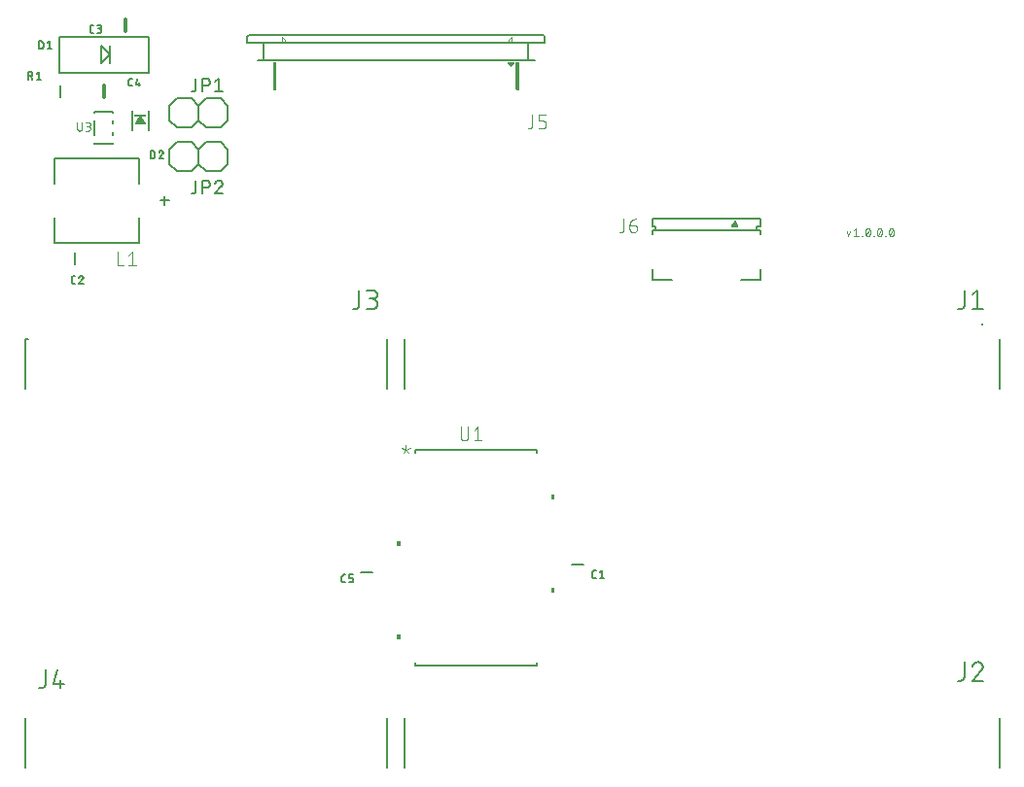
<source format=gto>
G04 EAGLE Gerber RS-274X export*
G75*
%MOMM*%
%FSLAX34Y34*%
%LPD*%
%INSilkscreen Top*%
%IPPOS*%
%AMOC8*
5,1,8,0,0,1.08239X$1,22.5*%
G01*
%ADD10C,0.152400*%
%ADD11C,0.076200*%
%ADD12C,0.203200*%
%ADD13C,0.304800*%
%ADD14R,1.000000X0.200000*%
%ADD15C,0.101600*%
%ADD16C,0.127000*%
%ADD17C,0.203200*%

G36*
X627558Y497236D02*
X627558Y497236D01*
X627567Y497235D01*
X627699Y497256D01*
X627832Y497275D01*
X627839Y497278D01*
X627848Y497279D01*
X627969Y497336D01*
X628091Y497391D01*
X628097Y497396D01*
X628105Y497400D01*
X628206Y497488D01*
X628308Y497575D01*
X628313Y497582D01*
X628319Y497587D01*
X628391Y497700D01*
X628466Y497811D01*
X628468Y497819D01*
X628473Y497826D01*
X628511Y497955D01*
X628551Y498082D01*
X628552Y498091D01*
X628554Y498099D01*
X628555Y498233D01*
X628559Y498366D01*
X628556Y498375D01*
X628557Y498383D01*
X628541Y498434D01*
X628487Y498641D01*
X628467Y498674D01*
X628458Y498704D01*
X626458Y502704D01*
X626401Y502786D01*
X626352Y502873D01*
X626321Y502903D01*
X626297Y502938D01*
X626219Y503001D01*
X626148Y503071D01*
X626110Y503091D01*
X626077Y503118D01*
X625985Y503157D01*
X625897Y503204D01*
X625855Y503213D01*
X625815Y503230D01*
X625716Y503242D01*
X625619Y503263D01*
X625576Y503260D01*
X625533Y503265D01*
X625435Y503250D01*
X625335Y503242D01*
X625295Y503227D01*
X625252Y503221D01*
X625162Y503178D01*
X625069Y503144D01*
X625034Y503118D01*
X624995Y503100D01*
X624920Y503034D01*
X624840Y502975D01*
X624817Y502944D01*
X624781Y502913D01*
X624684Y502761D01*
X624642Y502704D01*
X622642Y498704D01*
X622639Y498696D01*
X622635Y498689D01*
X622594Y498561D01*
X622552Y498434D01*
X622551Y498426D01*
X622549Y498418D01*
X622545Y498283D01*
X622540Y498150D01*
X622542Y498142D01*
X622541Y498134D01*
X622575Y498004D01*
X622607Y497874D01*
X622611Y497867D01*
X622613Y497859D01*
X622681Y497744D01*
X622748Y497627D01*
X622754Y497622D01*
X622759Y497614D01*
X622856Y497522D01*
X622952Y497430D01*
X622960Y497426D01*
X622966Y497420D01*
X623085Y497359D01*
X623203Y497296D01*
X623211Y497294D01*
X623219Y497290D01*
X623271Y497282D01*
X623481Y497237D01*
X623519Y497240D01*
X623550Y497235D01*
X627550Y497235D01*
X627558Y497236D01*
G37*
G36*
X110021Y587545D02*
X110021Y587545D01*
X110093Y587545D01*
X110161Y587565D01*
X110232Y587575D01*
X110297Y587604D01*
X110366Y587624D01*
X110426Y587662D01*
X110491Y587691D01*
X110546Y587737D01*
X110606Y587775D01*
X110654Y587829D01*
X110708Y587875D01*
X110748Y587934D01*
X110795Y587988D01*
X110826Y588052D01*
X110866Y588111D01*
X110887Y588180D01*
X110918Y588244D01*
X110930Y588314D01*
X110951Y588382D01*
X110953Y588454D01*
X110965Y588525D01*
X110957Y588595D01*
X110959Y588666D01*
X110940Y588736D01*
X110932Y588807D01*
X110907Y588862D01*
X110887Y588941D01*
X110826Y589044D01*
X110795Y589113D01*
X108795Y592113D01*
X108718Y592200D01*
X108645Y592290D01*
X108623Y592305D01*
X108605Y592325D01*
X108508Y592387D01*
X108413Y592454D01*
X108387Y592462D01*
X108365Y592477D01*
X108254Y592509D01*
X108144Y592547D01*
X108117Y592548D01*
X108092Y592555D01*
X107976Y592555D01*
X107860Y592561D01*
X107834Y592555D01*
X107807Y592555D01*
X107696Y592523D01*
X107583Y592497D01*
X107560Y592484D01*
X107534Y592476D01*
X107436Y592414D01*
X107335Y592358D01*
X107319Y592340D01*
X107294Y592325D01*
X107109Y592117D01*
X107105Y592113D01*
X105105Y589113D01*
X105074Y589049D01*
X105035Y588989D01*
X105013Y588921D01*
X104982Y588857D01*
X104970Y588786D01*
X104949Y588718D01*
X104947Y588647D01*
X104935Y588577D01*
X104943Y588505D01*
X104941Y588434D01*
X104959Y588365D01*
X104968Y588294D01*
X104995Y588228D01*
X105013Y588159D01*
X105050Y588098D01*
X105077Y588032D01*
X105122Y587976D01*
X105159Y587914D01*
X105210Y587865D01*
X105255Y587810D01*
X105314Y587769D01*
X105366Y587720D01*
X105429Y587687D01*
X105487Y587646D01*
X105555Y587623D01*
X105619Y587590D01*
X105678Y587580D01*
X105756Y587553D01*
X105875Y587547D01*
X105950Y587535D01*
X109950Y587535D01*
X110021Y587545D01*
G37*
G36*
X430610Y636653D02*
X430610Y636653D01*
X430699Y636652D01*
X430710Y636657D01*
X430722Y636658D01*
X430802Y636695D01*
X430884Y636729D01*
X430893Y636738D01*
X430903Y636743D01*
X430940Y636784D01*
X431013Y636855D01*
X433513Y640355D01*
X433540Y640416D01*
X433575Y640473D01*
X433582Y640509D01*
X433595Y640538D01*
X433596Y640587D01*
X433607Y640650D01*
X433607Y641150D01*
X433606Y641155D01*
X433607Y641160D01*
X433586Y641253D01*
X433568Y641347D01*
X433565Y641351D01*
X433564Y641356D01*
X433508Y641434D01*
X433455Y641512D01*
X433451Y641515D01*
X433448Y641519D01*
X433366Y641570D01*
X433287Y641622D01*
X433282Y641622D01*
X433277Y641625D01*
X433100Y641657D01*
X428100Y641657D01*
X428095Y641656D01*
X428090Y641657D01*
X427997Y641636D01*
X427904Y641618D01*
X427899Y641615D01*
X427894Y641614D01*
X427816Y641558D01*
X427738Y641505D01*
X427735Y641501D01*
X427731Y641498D01*
X427680Y641416D01*
X427628Y641337D01*
X427628Y641332D01*
X427625Y641327D01*
X427593Y641150D01*
X427593Y640650D01*
X427606Y640585D01*
X427610Y640518D01*
X427626Y640484D01*
X427632Y640454D01*
X427660Y640413D01*
X427687Y640355D01*
X430187Y636855D01*
X430252Y636795D01*
X430314Y636731D01*
X430325Y636727D01*
X430334Y636718D01*
X430416Y636688D01*
X430498Y636653D01*
X430510Y636653D01*
X430522Y636649D01*
X430610Y636653D01*
G37*
G36*
X468505Y260352D02*
X468505Y260352D01*
X468507Y260351D01*
X468550Y260371D01*
X468594Y260389D01*
X468594Y260391D01*
X468596Y260392D01*
X468629Y260477D01*
X468629Y264287D01*
X468628Y264289D01*
X468629Y264291D01*
X468609Y264334D01*
X468591Y264378D01*
X468589Y264378D01*
X468588Y264380D01*
X468503Y264413D01*
X465963Y264413D01*
X465961Y264412D01*
X465959Y264413D01*
X465916Y264393D01*
X465872Y264375D01*
X465872Y264373D01*
X465870Y264372D01*
X465837Y264287D01*
X465837Y260477D01*
X465838Y260475D01*
X465837Y260473D01*
X465857Y260430D01*
X465875Y260386D01*
X465877Y260386D01*
X465878Y260384D01*
X465963Y260351D01*
X468503Y260351D01*
X468505Y260352D01*
G37*
G36*
X334139Y219712D02*
X334139Y219712D01*
X334141Y219711D01*
X334184Y219731D01*
X334228Y219749D01*
X334228Y219751D01*
X334230Y219752D01*
X334263Y219837D01*
X334263Y223647D01*
X334262Y223649D01*
X334263Y223651D01*
X334243Y223694D01*
X334225Y223738D01*
X334223Y223738D01*
X334222Y223740D01*
X334137Y223773D01*
X331597Y223773D01*
X331595Y223772D01*
X331593Y223773D01*
X331550Y223753D01*
X331506Y223735D01*
X331506Y223733D01*
X331504Y223732D01*
X331471Y223647D01*
X331471Y219837D01*
X331472Y219835D01*
X331471Y219833D01*
X331491Y219790D01*
X331509Y219746D01*
X331511Y219746D01*
X331512Y219744D01*
X331597Y219711D01*
X334137Y219711D01*
X334139Y219712D01*
G37*
G36*
X468505Y179072D02*
X468505Y179072D01*
X468507Y179071D01*
X468550Y179091D01*
X468594Y179109D01*
X468594Y179111D01*
X468596Y179112D01*
X468629Y179197D01*
X468629Y183007D01*
X468628Y183009D01*
X468629Y183011D01*
X468609Y183054D01*
X468591Y183098D01*
X468589Y183098D01*
X468588Y183100D01*
X468503Y183133D01*
X465963Y183133D01*
X465961Y183132D01*
X465959Y183133D01*
X465916Y183113D01*
X465872Y183095D01*
X465872Y183093D01*
X465870Y183092D01*
X465837Y183007D01*
X465837Y179197D01*
X465838Y179195D01*
X465837Y179193D01*
X465857Y179150D01*
X465875Y179106D01*
X465877Y179106D01*
X465878Y179104D01*
X465963Y179071D01*
X468503Y179071D01*
X468505Y179072D01*
G37*
G36*
X334139Y138432D02*
X334139Y138432D01*
X334141Y138431D01*
X334184Y138451D01*
X334228Y138469D01*
X334228Y138471D01*
X334230Y138472D01*
X334263Y138557D01*
X334263Y142367D01*
X334262Y142369D01*
X334263Y142371D01*
X334243Y142414D01*
X334225Y142458D01*
X334223Y142458D01*
X334222Y142460D01*
X334137Y142493D01*
X331597Y142493D01*
X331595Y142492D01*
X331593Y142493D01*
X331550Y142473D01*
X331506Y142455D01*
X331506Y142453D01*
X331504Y142452D01*
X331471Y142367D01*
X331471Y138557D01*
X331472Y138555D01*
X331471Y138553D01*
X331491Y138510D01*
X331509Y138466D01*
X331511Y138466D01*
X331512Y138464D01*
X331597Y138431D01*
X334137Y138431D01*
X334139Y138432D01*
G37*
D10*
X825331Y442468D02*
X825331Y429824D01*
X825330Y429824D02*
X825328Y429706D01*
X825322Y429588D01*
X825313Y429470D01*
X825299Y429353D01*
X825282Y429236D01*
X825261Y429119D01*
X825236Y429004D01*
X825207Y428889D01*
X825174Y428775D01*
X825138Y428663D01*
X825098Y428552D01*
X825055Y428442D01*
X825008Y428333D01*
X824958Y428226D01*
X824903Y428121D01*
X824846Y428018D01*
X824785Y427917D01*
X824721Y427817D01*
X824654Y427720D01*
X824584Y427625D01*
X824510Y427533D01*
X824434Y427442D01*
X824354Y427355D01*
X824272Y427270D01*
X824187Y427188D01*
X824100Y427108D01*
X824009Y427032D01*
X823917Y426958D01*
X823822Y426888D01*
X823725Y426821D01*
X823625Y426757D01*
X823524Y426696D01*
X823421Y426639D01*
X823316Y426584D01*
X823209Y426534D01*
X823100Y426487D01*
X822990Y426444D01*
X822879Y426404D01*
X822767Y426368D01*
X822653Y426335D01*
X822538Y426306D01*
X822423Y426281D01*
X822306Y426260D01*
X822189Y426243D01*
X822072Y426229D01*
X821954Y426220D01*
X821836Y426214D01*
X821718Y426212D01*
X819912Y426212D01*
X832398Y438856D02*
X836913Y442468D01*
X836913Y426212D01*
X832398Y426212D02*
X841429Y426212D01*
X825331Y118618D02*
X825331Y105974D01*
X825330Y105974D02*
X825328Y105856D01*
X825322Y105738D01*
X825313Y105620D01*
X825299Y105503D01*
X825282Y105386D01*
X825261Y105269D01*
X825236Y105154D01*
X825207Y105039D01*
X825174Y104925D01*
X825138Y104813D01*
X825098Y104702D01*
X825055Y104592D01*
X825008Y104483D01*
X824958Y104376D01*
X824903Y104271D01*
X824846Y104168D01*
X824785Y104067D01*
X824721Y103967D01*
X824654Y103870D01*
X824584Y103775D01*
X824510Y103683D01*
X824434Y103592D01*
X824354Y103505D01*
X824272Y103420D01*
X824187Y103338D01*
X824100Y103258D01*
X824009Y103182D01*
X823917Y103108D01*
X823822Y103038D01*
X823725Y102971D01*
X823625Y102907D01*
X823524Y102846D01*
X823421Y102789D01*
X823316Y102734D01*
X823209Y102684D01*
X823100Y102637D01*
X822990Y102594D01*
X822879Y102554D01*
X822767Y102518D01*
X822653Y102485D01*
X822538Y102456D01*
X822423Y102431D01*
X822306Y102410D01*
X822189Y102393D01*
X822072Y102379D01*
X821954Y102370D01*
X821836Y102364D01*
X821718Y102362D01*
X819912Y102362D01*
X837365Y118618D02*
X837490Y118616D01*
X837615Y118610D01*
X837740Y118601D01*
X837864Y118587D01*
X837988Y118570D01*
X838112Y118549D01*
X838234Y118524D01*
X838356Y118495D01*
X838477Y118463D01*
X838597Y118427D01*
X838716Y118387D01*
X838833Y118344D01*
X838949Y118297D01*
X839064Y118246D01*
X839176Y118192D01*
X839288Y118134D01*
X839397Y118074D01*
X839504Y118009D01*
X839610Y117942D01*
X839713Y117871D01*
X839814Y117797D01*
X839913Y117720D01*
X840009Y117640D01*
X840103Y117557D01*
X840194Y117472D01*
X840283Y117383D01*
X840368Y117292D01*
X840451Y117198D01*
X840531Y117102D01*
X840608Y117003D01*
X840682Y116902D01*
X840753Y116799D01*
X840820Y116693D01*
X840885Y116586D01*
X840945Y116477D01*
X841003Y116365D01*
X841057Y116253D01*
X841108Y116138D01*
X841155Y116022D01*
X841198Y115905D01*
X841238Y115786D01*
X841274Y115666D01*
X841306Y115545D01*
X841335Y115423D01*
X841360Y115301D01*
X841381Y115177D01*
X841398Y115053D01*
X841412Y114929D01*
X841421Y114804D01*
X841427Y114679D01*
X841429Y114554D01*
X837365Y118618D02*
X837222Y118616D01*
X837080Y118610D01*
X836937Y118600D01*
X836795Y118587D01*
X836654Y118569D01*
X836512Y118548D01*
X836372Y118523D01*
X836232Y118494D01*
X836093Y118461D01*
X835955Y118424D01*
X835818Y118384D01*
X835683Y118340D01*
X835548Y118292D01*
X835415Y118240D01*
X835283Y118185D01*
X835153Y118126D01*
X835025Y118064D01*
X834898Y117998D01*
X834773Y117929D01*
X834650Y117857D01*
X834530Y117781D01*
X834411Y117702D01*
X834294Y117619D01*
X834180Y117534D01*
X834068Y117445D01*
X833959Y117354D01*
X833852Y117259D01*
X833747Y117162D01*
X833646Y117061D01*
X833547Y116958D01*
X833451Y116853D01*
X833358Y116744D01*
X833268Y116633D01*
X833181Y116520D01*
X833097Y116405D01*
X833017Y116287D01*
X832939Y116167D01*
X832865Y116045D01*
X832795Y115921D01*
X832727Y115795D01*
X832664Y115667D01*
X832603Y115538D01*
X832546Y115407D01*
X832493Y115275D01*
X832444Y115141D01*
X832398Y115006D01*
X840074Y111393D02*
X840168Y111485D01*
X840258Y111579D01*
X840346Y111676D01*
X840431Y111776D01*
X840513Y111878D01*
X840592Y111983D01*
X840667Y112090D01*
X840739Y112199D01*
X840808Y112310D01*
X840874Y112424D01*
X840936Y112539D01*
X840995Y112656D01*
X841050Y112775D01*
X841101Y112895D01*
X841149Y113017D01*
X841194Y113140D01*
X841234Y113264D01*
X841271Y113390D01*
X841304Y113517D01*
X841333Y113644D01*
X841359Y113773D01*
X841380Y113902D01*
X841398Y114032D01*
X841411Y114162D01*
X841421Y114292D01*
X841427Y114423D01*
X841429Y114554D01*
X840074Y111393D02*
X832398Y102362D01*
X841429Y102362D01*
X298281Y429824D02*
X298281Y442468D01*
X298280Y429824D02*
X298278Y429706D01*
X298272Y429588D01*
X298263Y429470D01*
X298249Y429353D01*
X298232Y429236D01*
X298211Y429119D01*
X298186Y429004D01*
X298157Y428889D01*
X298124Y428775D01*
X298088Y428663D01*
X298048Y428552D01*
X298005Y428442D01*
X297958Y428333D01*
X297908Y428226D01*
X297853Y428121D01*
X297796Y428018D01*
X297735Y427917D01*
X297671Y427817D01*
X297604Y427720D01*
X297534Y427625D01*
X297460Y427533D01*
X297384Y427442D01*
X297304Y427355D01*
X297222Y427270D01*
X297137Y427188D01*
X297050Y427108D01*
X296959Y427032D01*
X296867Y426958D01*
X296772Y426888D01*
X296675Y426821D01*
X296575Y426757D01*
X296474Y426696D01*
X296371Y426639D01*
X296266Y426584D01*
X296159Y426534D01*
X296050Y426487D01*
X295940Y426444D01*
X295829Y426404D01*
X295717Y426368D01*
X295603Y426335D01*
X295488Y426306D01*
X295373Y426281D01*
X295256Y426260D01*
X295139Y426243D01*
X295022Y426229D01*
X294904Y426220D01*
X294786Y426214D01*
X294668Y426212D01*
X292862Y426212D01*
X305348Y426212D02*
X309863Y426212D01*
X309996Y426214D01*
X310128Y426220D01*
X310260Y426230D01*
X310392Y426243D01*
X310524Y426261D01*
X310654Y426282D01*
X310785Y426307D01*
X310914Y426336D01*
X311042Y426369D01*
X311170Y426405D01*
X311296Y426445D01*
X311421Y426489D01*
X311545Y426537D01*
X311667Y426588D01*
X311788Y426643D01*
X311907Y426701D01*
X312025Y426763D01*
X312140Y426828D01*
X312254Y426897D01*
X312365Y426968D01*
X312474Y427044D01*
X312581Y427122D01*
X312686Y427203D01*
X312788Y427288D01*
X312888Y427375D01*
X312985Y427465D01*
X313080Y427558D01*
X313171Y427654D01*
X313260Y427752D01*
X313346Y427853D01*
X313429Y427957D01*
X313509Y428063D01*
X313585Y428171D01*
X313659Y428281D01*
X313729Y428394D01*
X313796Y428508D01*
X313859Y428625D01*
X313919Y428743D01*
X313976Y428863D01*
X314029Y428985D01*
X314078Y429108D01*
X314124Y429232D01*
X314166Y429358D01*
X314204Y429485D01*
X314239Y429613D01*
X314270Y429742D01*
X314297Y429871D01*
X314320Y430002D01*
X314340Y430133D01*
X314355Y430265D01*
X314367Y430397D01*
X314375Y430529D01*
X314379Y430662D01*
X314379Y430794D01*
X314375Y430927D01*
X314367Y431059D01*
X314355Y431191D01*
X314340Y431323D01*
X314320Y431454D01*
X314297Y431585D01*
X314270Y431714D01*
X314239Y431843D01*
X314204Y431971D01*
X314166Y432098D01*
X314124Y432224D01*
X314078Y432348D01*
X314029Y432471D01*
X313976Y432593D01*
X313919Y432713D01*
X313859Y432831D01*
X313796Y432948D01*
X313729Y433062D01*
X313659Y433175D01*
X313585Y433285D01*
X313509Y433393D01*
X313429Y433499D01*
X313346Y433603D01*
X313260Y433704D01*
X313171Y433802D01*
X313080Y433898D01*
X312985Y433991D01*
X312888Y434081D01*
X312788Y434168D01*
X312686Y434253D01*
X312581Y434334D01*
X312474Y434412D01*
X312365Y434488D01*
X312254Y434559D01*
X312140Y434628D01*
X312025Y434693D01*
X311907Y434755D01*
X311788Y434813D01*
X311667Y434868D01*
X311545Y434919D01*
X311421Y434967D01*
X311296Y435011D01*
X311170Y435051D01*
X311042Y435087D01*
X310914Y435120D01*
X310785Y435149D01*
X310654Y435174D01*
X310524Y435195D01*
X310392Y435213D01*
X310260Y435226D01*
X310128Y435236D01*
X309996Y435242D01*
X309863Y435244D01*
X310766Y442468D02*
X305348Y442468D01*
X310766Y442468D02*
X310885Y442466D01*
X311005Y442460D01*
X311124Y442450D01*
X311242Y442436D01*
X311361Y442419D01*
X311478Y442397D01*
X311595Y442372D01*
X311710Y442342D01*
X311825Y442309D01*
X311939Y442272D01*
X312051Y442232D01*
X312162Y442187D01*
X312271Y442139D01*
X312379Y442088D01*
X312485Y442033D01*
X312589Y441974D01*
X312691Y441912D01*
X312791Y441847D01*
X312889Y441778D01*
X312985Y441706D01*
X313078Y441631D01*
X313168Y441554D01*
X313256Y441473D01*
X313341Y441389D01*
X313423Y441302D01*
X313503Y441213D01*
X313579Y441121D01*
X313653Y441027D01*
X313723Y440930D01*
X313790Y440832D01*
X313854Y440731D01*
X313914Y440627D01*
X313971Y440522D01*
X314024Y440415D01*
X314074Y440307D01*
X314120Y440197D01*
X314162Y440085D01*
X314201Y439972D01*
X314236Y439858D01*
X314267Y439743D01*
X314295Y439626D01*
X314318Y439509D01*
X314338Y439392D01*
X314354Y439273D01*
X314366Y439154D01*
X314374Y439035D01*
X314378Y438916D01*
X314378Y438796D01*
X314374Y438677D01*
X314366Y438558D01*
X314354Y438439D01*
X314338Y438320D01*
X314318Y438203D01*
X314295Y438086D01*
X314267Y437969D01*
X314236Y437854D01*
X314201Y437740D01*
X314162Y437627D01*
X314120Y437515D01*
X314074Y437405D01*
X314024Y437297D01*
X313971Y437190D01*
X313914Y437085D01*
X313854Y436981D01*
X313790Y436880D01*
X313723Y436782D01*
X313653Y436685D01*
X313579Y436591D01*
X313503Y436499D01*
X313423Y436410D01*
X313341Y436323D01*
X313256Y436239D01*
X313168Y436158D01*
X313078Y436081D01*
X312985Y436006D01*
X312889Y435934D01*
X312791Y435865D01*
X312691Y435800D01*
X312589Y435738D01*
X312485Y435679D01*
X312379Y435624D01*
X312271Y435573D01*
X312162Y435525D01*
X312051Y435480D01*
X311939Y435440D01*
X311825Y435403D01*
X311710Y435370D01*
X311595Y435340D01*
X311478Y435315D01*
X311361Y435293D01*
X311242Y435276D01*
X311124Y435262D01*
X311005Y435252D01*
X310885Y435246D01*
X310766Y435244D01*
X310766Y435243D02*
X307154Y435243D01*
X25231Y112268D02*
X25231Y99624D01*
X25230Y99624D02*
X25228Y99506D01*
X25222Y99388D01*
X25213Y99270D01*
X25199Y99153D01*
X25182Y99036D01*
X25161Y98919D01*
X25136Y98804D01*
X25107Y98689D01*
X25074Y98575D01*
X25038Y98463D01*
X24998Y98352D01*
X24955Y98242D01*
X24908Y98133D01*
X24858Y98026D01*
X24803Y97921D01*
X24746Y97818D01*
X24685Y97717D01*
X24621Y97617D01*
X24554Y97520D01*
X24484Y97425D01*
X24410Y97333D01*
X24334Y97242D01*
X24254Y97155D01*
X24172Y97070D01*
X24087Y96988D01*
X24000Y96908D01*
X23909Y96832D01*
X23817Y96758D01*
X23722Y96688D01*
X23625Y96621D01*
X23525Y96557D01*
X23424Y96496D01*
X23321Y96439D01*
X23216Y96384D01*
X23109Y96334D01*
X23000Y96287D01*
X22890Y96244D01*
X22779Y96204D01*
X22667Y96168D01*
X22553Y96135D01*
X22438Y96106D01*
X22323Y96081D01*
X22206Y96060D01*
X22089Y96043D01*
X21972Y96029D01*
X21854Y96020D01*
X21736Y96014D01*
X21618Y96012D01*
X19812Y96012D01*
X32298Y99624D02*
X35910Y112268D01*
X32298Y99624D02*
X41329Y99624D01*
X38619Y96012D02*
X38619Y103237D01*
D11*
X724445Y489331D02*
X722808Y494242D01*
X726082Y494242D02*
X724445Y489331D01*
X728982Y495060D02*
X731028Y496697D01*
X731028Y489331D01*
X728982Y489331D02*
X733074Y489331D01*
X735944Y489331D02*
X735944Y489740D01*
X736354Y489740D01*
X736354Y489331D01*
X735944Y489331D01*
X739224Y493014D02*
X739226Y493167D01*
X739232Y493320D01*
X739241Y493472D01*
X739255Y493625D01*
X739272Y493777D01*
X739293Y493928D01*
X739318Y494079D01*
X739347Y494229D01*
X739379Y494379D01*
X739416Y494527D01*
X739456Y494675D01*
X739499Y494822D01*
X739547Y494967D01*
X739598Y495111D01*
X739652Y495254D01*
X739711Y495396D01*
X739772Y495535D01*
X739838Y495674D01*
X739864Y495744D01*
X739894Y495814D01*
X739927Y495881D01*
X739963Y495947D01*
X740002Y496011D01*
X740045Y496073D01*
X740091Y496132D01*
X740139Y496190D01*
X740190Y496244D01*
X740244Y496297D01*
X740301Y496346D01*
X740360Y496393D01*
X740421Y496436D01*
X740484Y496477D01*
X740549Y496514D01*
X740616Y496549D01*
X740685Y496579D01*
X740755Y496607D01*
X740826Y496630D01*
X740898Y496651D01*
X740971Y496667D01*
X741045Y496680D01*
X741120Y496690D01*
X741195Y496695D01*
X741270Y496697D01*
X741345Y496695D01*
X741420Y496690D01*
X741495Y496680D01*
X741569Y496667D01*
X741642Y496651D01*
X741714Y496630D01*
X741785Y496607D01*
X741855Y496579D01*
X741924Y496549D01*
X741991Y496514D01*
X742056Y496477D01*
X742119Y496436D01*
X742180Y496393D01*
X742239Y496346D01*
X742296Y496297D01*
X742350Y496244D01*
X742401Y496190D01*
X742450Y496132D01*
X742495Y496073D01*
X742538Y496011D01*
X742577Y495947D01*
X742614Y495881D01*
X742646Y495813D01*
X742676Y495744D01*
X742702Y495674D01*
X742767Y495536D01*
X742829Y495396D01*
X742887Y495254D01*
X742942Y495111D01*
X742993Y494967D01*
X743041Y494822D01*
X743084Y494675D01*
X743124Y494528D01*
X743161Y494379D01*
X743193Y494229D01*
X743222Y494079D01*
X743247Y493928D01*
X743268Y493777D01*
X743285Y493625D01*
X743299Y493472D01*
X743308Y493320D01*
X743314Y493167D01*
X743316Y493014D01*
X739223Y493014D02*
X739225Y492861D01*
X739231Y492708D01*
X739240Y492555D01*
X739254Y492403D01*
X739271Y492251D01*
X739292Y492100D01*
X739317Y491949D01*
X739346Y491798D01*
X739378Y491649D01*
X739415Y491500D01*
X739455Y491353D01*
X739498Y491206D01*
X739546Y491061D01*
X739597Y490916D01*
X739652Y490774D01*
X739710Y490632D01*
X739772Y490492D01*
X739837Y490354D01*
X739838Y490354D02*
X739864Y490283D01*
X739894Y490214D01*
X739927Y490147D01*
X739963Y490081D01*
X740002Y490017D01*
X740045Y489955D01*
X740091Y489896D01*
X740139Y489838D01*
X740190Y489784D01*
X740244Y489731D01*
X740301Y489682D01*
X740360Y489635D01*
X740421Y489592D01*
X740484Y489551D01*
X740549Y489514D01*
X740616Y489479D01*
X740685Y489449D01*
X740755Y489421D01*
X740826Y489398D01*
X740898Y489377D01*
X740971Y489361D01*
X741045Y489348D01*
X741120Y489338D01*
X741195Y489333D01*
X741270Y489331D01*
X742701Y490354D02*
X742766Y490492D01*
X742828Y490632D01*
X742886Y490774D01*
X742941Y490917D01*
X742992Y491061D01*
X743040Y491206D01*
X743083Y491353D01*
X743123Y491501D01*
X743160Y491649D01*
X743192Y491799D01*
X743221Y491949D01*
X743246Y492100D01*
X743267Y492251D01*
X743284Y492403D01*
X743298Y492556D01*
X743307Y492708D01*
X743313Y492861D01*
X743315Y493014D01*
X742702Y490354D02*
X742676Y490284D01*
X742646Y490214D01*
X742614Y490147D01*
X742577Y490081D01*
X742538Y490017D01*
X742495Y489955D01*
X742449Y489896D01*
X742401Y489838D01*
X742350Y489784D01*
X742296Y489731D01*
X742239Y489682D01*
X742180Y489635D01*
X742119Y489592D01*
X742056Y489551D01*
X741991Y489514D01*
X741924Y489479D01*
X741855Y489449D01*
X741785Y489421D01*
X741714Y489398D01*
X741642Y489377D01*
X741569Y489361D01*
X741495Y489348D01*
X741420Y489338D01*
X741345Y489333D01*
X741270Y489331D01*
X739633Y490968D02*
X742906Y495060D01*
X746186Y489740D02*
X746186Y489331D01*
X746186Y489740D02*
X746595Y489740D01*
X746595Y489331D01*
X746186Y489331D01*
X749465Y493014D02*
X749467Y493167D01*
X749473Y493320D01*
X749482Y493472D01*
X749496Y493625D01*
X749513Y493777D01*
X749534Y493928D01*
X749559Y494079D01*
X749588Y494229D01*
X749620Y494379D01*
X749657Y494527D01*
X749697Y494675D01*
X749740Y494822D01*
X749788Y494967D01*
X749839Y495111D01*
X749893Y495254D01*
X749952Y495396D01*
X750013Y495535D01*
X750079Y495674D01*
X750105Y495744D01*
X750135Y495814D01*
X750168Y495881D01*
X750204Y495947D01*
X750243Y496011D01*
X750286Y496073D01*
X750332Y496132D01*
X750380Y496190D01*
X750431Y496244D01*
X750485Y496297D01*
X750542Y496346D01*
X750601Y496393D01*
X750662Y496436D01*
X750725Y496477D01*
X750790Y496514D01*
X750857Y496549D01*
X750926Y496579D01*
X750996Y496607D01*
X751067Y496630D01*
X751139Y496651D01*
X751212Y496667D01*
X751286Y496680D01*
X751361Y496690D01*
X751436Y496695D01*
X751511Y496697D01*
X751586Y496695D01*
X751661Y496690D01*
X751736Y496680D01*
X751810Y496667D01*
X751883Y496651D01*
X751955Y496630D01*
X752026Y496607D01*
X752096Y496579D01*
X752165Y496549D01*
X752232Y496514D01*
X752297Y496477D01*
X752360Y496436D01*
X752421Y496393D01*
X752480Y496346D01*
X752537Y496297D01*
X752591Y496244D01*
X752642Y496190D01*
X752691Y496132D01*
X752736Y496073D01*
X752779Y496011D01*
X752818Y495947D01*
X752855Y495881D01*
X752887Y495813D01*
X752917Y495744D01*
X752943Y495674D01*
X753008Y495536D01*
X753070Y495396D01*
X753128Y495254D01*
X753183Y495111D01*
X753234Y494967D01*
X753282Y494822D01*
X753325Y494675D01*
X753365Y494528D01*
X753402Y494379D01*
X753434Y494229D01*
X753463Y494079D01*
X753488Y493928D01*
X753509Y493777D01*
X753526Y493625D01*
X753540Y493472D01*
X753549Y493320D01*
X753555Y493167D01*
X753557Y493014D01*
X749464Y493014D02*
X749466Y492861D01*
X749472Y492708D01*
X749481Y492555D01*
X749495Y492403D01*
X749512Y492251D01*
X749533Y492100D01*
X749558Y491949D01*
X749587Y491798D01*
X749619Y491649D01*
X749656Y491500D01*
X749696Y491353D01*
X749739Y491206D01*
X749787Y491061D01*
X749838Y490916D01*
X749893Y490774D01*
X749951Y490632D01*
X750013Y490492D01*
X750078Y490354D01*
X750079Y490354D02*
X750105Y490283D01*
X750135Y490214D01*
X750168Y490147D01*
X750204Y490081D01*
X750243Y490017D01*
X750286Y489955D01*
X750332Y489896D01*
X750380Y489838D01*
X750431Y489784D01*
X750485Y489731D01*
X750542Y489682D01*
X750601Y489635D01*
X750662Y489592D01*
X750725Y489551D01*
X750790Y489514D01*
X750857Y489479D01*
X750926Y489449D01*
X750996Y489421D01*
X751067Y489398D01*
X751139Y489377D01*
X751212Y489361D01*
X751286Y489348D01*
X751361Y489338D01*
X751436Y489333D01*
X751511Y489331D01*
X752943Y490354D02*
X753008Y490492D01*
X753070Y490632D01*
X753128Y490774D01*
X753183Y490917D01*
X753234Y491061D01*
X753282Y491206D01*
X753325Y491353D01*
X753365Y491501D01*
X753402Y491649D01*
X753434Y491799D01*
X753463Y491949D01*
X753488Y492100D01*
X753509Y492251D01*
X753526Y492403D01*
X753540Y492556D01*
X753549Y492708D01*
X753555Y492861D01*
X753557Y493014D01*
X752943Y490354D02*
X752917Y490284D01*
X752887Y490214D01*
X752855Y490147D01*
X752818Y490081D01*
X752779Y490017D01*
X752736Y489955D01*
X752690Y489896D01*
X752642Y489838D01*
X752591Y489784D01*
X752537Y489731D01*
X752480Y489682D01*
X752421Y489635D01*
X752360Y489592D01*
X752297Y489551D01*
X752232Y489514D01*
X752165Y489479D01*
X752096Y489449D01*
X752026Y489421D01*
X751955Y489398D01*
X751883Y489377D01*
X751810Y489361D01*
X751736Y489348D01*
X751661Y489338D01*
X751586Y489333D01*
X751511Y489331D01*
X749874Y490968D02*
X753148Y495060D01*
X756427Y489740D02*
X756427Y489331D01*
X756427Y489740D02*
X756836Y489740D01*
X756836Y489331D01*
X756427Y489331D01*
X759706Y493014D02*
X759708Y493167D01*
X759714Y493320D01*
X759723Y493472D01*
X759737Y493625D01*
X759754Y493777D01*
X759775Y493928D01*
X759800Y494079D01*
X759829Y494229D01*
X759861Y494379D01*
X759898Y494527D01*
X759938Y494675D01*
X759981Y494822D01*
X760029Y494967D01*
X760080Y495111D01*
X760134Y495254D01*
X760193Y495396D01*
X760254Y495535D01*
X760320Y495674D01*
X760346Y495744D01*
X760376Y495814D01*
X760409Y495881D01*
X760445Y495947D01*
X760484Y496011D01*
X760527Y496073D01*
X760573Y496132D01*
X760621Y496190D01*
X760672Y496244D01*
X760726Y496297D01*
X760783Y496346D01*
X760842Y496393D01*
X760903Y496436D01*
X760966Y496477D01*
X761031Y496514D01*
X761098Y496549D01*
X761167Y496579D01*
X761237Y496607D01*
X761308Y496630D01*
X761380Y496651D01*
X761453Y496667D01*
X761527Y496680D01*
X761602Y496690D01*
X761677Y496695D01*
X761752Y496697D01*
X761827Y496695D01*
X761902Y496690D01*
X761977Y496680D01*
X762051Y496667D01*
X762124Y496651D01*
X762196Y496630D01*
X762267Y496607D01*
X762337Y496579D01*
X762406Y496549D01*
X762473Y496514D01*
X762538Y496477D01*
X762601Y496436D01*
X762662Y496393D01*
X762721Y496346D01*
X762778Y496297D01*
X762832Y496244D01*
X762883Y496190D01*
X762932Y496132D01*
X762977Y496073D01*
X763020Y496011D01*
X763059Y495947D01*
X763096Y495881D01*
X763128Y495813D01*
X763158Y495744D01*
X763184Y495674D01*
X763249Y495536D01*
X763311Y495396D01*
X763369Y495254D01*
X763424Y495111D01*
X763475Y494967D01*
X763523Y494822D01*
X763566Y494675D01*
X763606Y494528D01*
X763643Y494379D01*
X763675Y494229D01*
X763704Y494079D01*
X763729Y493928D01*
X763750Y493777D01*
X763767Y493625D01*
X763781Y493472D01*
X763790Y493320D01*
X763796Y493167D01*
X763798Y493014D01*
X759705Y493014D02*
X759707Y492861D01*
X759713Y492708D01*
X759722Y492555D01*
X759736Y492403D01*
X759753Y492251D01*
X759774Y492100D01*
X759799Y491949D01*
X759828Y491798D01*
X759860Y491649D01*
X759897Y491500D01*
X759937Y491353D01*
X759980Y491206D01*
X760028Y491061D01*
X760079Y490916D01*
X760134Y490774D01*
X760192Y490632D01*
X760254Y490492D01*
X760319Y490354D01*
X760320Y490354D02*
X760346Y490283D01*
X760376Y490214D01*
X760409Y490147D01*
X760445Y490081D01*
X760484Y490017D01*
X760527Y489955D01*
X760573Y489896D01*
X760621Y489838D01*
X760672Y489784D01*
X760726Y489731D01*
X760783Y489682D01*
X760842Y489635D01*
X760903Y489592D01*
X760966Y489551D01*
X761031Y489514D01*
X761098Y489479D01*
X761167Y489449D01*
X761237Y489421D01*
X761308Y489398D01*
X761380Y489377D01*
X761453Y489361D01*
X761527Y489348D01*
X761602Y489338D01*
X761677Y489333D01*
X761752Y489331D01*
X763184Y490354D02*
X763249Y490492D01*
X763311Y490632D01*
X763369Y490774D01*
X763424Y490917D01*
X763475Y491061D01*
X763523Y491206D01*
X763566Y491353D01*
X763606Y491501D01*
X763643Y491649D01*
X763675Y491799D01*
X763704Y491949D01*
X763729Y492100D01*
X763750Y492251D01*
X763767Y492403D01*
X763781Y492556D01*
X763790Y492708D01*
X763796Y492861D01*
X763798Y493014D01*
X763184Y490354D02*
X763158Y490284D01*
X763128Y490214D01*
X763096Y490147D01*
X763059Y490081D01*
X763020Y490017D01*
X762977Y489955D01*
X762931Y489896D01*
X762883Y489838D01*
X762832Y489784D01*
X762778Y489731D01*
X762721Y489682D01*
X762662Y489635D01*
X762601Y489592D01*
X762538Y489551D01*
X762473Y489514D01*
X762406Y489479D01*
X762337Y489449D01*
X762267Y489421D01*
X762196Y489398D01*
X762124Y489377D01*
X762051Y489361D01*
X761977Y489348D01*
X761902Y489338D01*
X761827Y489333D01*
X761752Y489331D01*
X760115Y490968D02*
X763389Y495060D01*
D12*
X494030Y203200D02*
X483870Y203200D01*
D10*
X503147Y191922D02*
X504615Y191922D01*
X503147Y191922D02*
X503073Y191924D01*
X502998Y191930D01*
X502925Y191939D01*
X502851Y191952D01*
X502779Y191969D01*
X502708Y191989D01*
X502637Y192013D01*
X502568Y192041D01*
X502501Y192072D01*
X502435Y192106D01*
X502370Y192144D01*
X502308Y192185D01*
X502248Y192229D01*
X502191Y192276D01*
X502136Y192326D01*
X502083Y192379D01*
X502033Y192434D01*
X501986Y192491D01*
X501942Y192551D01*
X501901Y192613D01*
X501863Y192678D01*
X501829Y192744D01*
X501798Y192811D01*
X501770Y192880D01*
X501746Y192951D01*
X501726Y193022D01*
X501709Y193094D01*
X501696Y193168D01*
X501687Y193241D01*
X501681Y193316D01*
X501679Y193390D01*
X501679Y197059D01*
X501681Y197133D01*
X501687Y197208D01*
X501696Y197281D01*
X501709Y197355D01*
X501726Y197427D01*
X501746Y197498D01*
X501770Y197569D01*
X501798Y197638D01*
X501829Y197705D01*
X501863Y197771D01*
X501901Y197836D01*
X501942Y197898D01*
X501986Y197958D01*
X502033Y198015D01*
X502083Y198070D01*
X502136Y198123D01*
X502191Y198173D01*
X502248Y198220D01*
X502308Y198264D01*
X502370Y198305D01*
X502435Y198343D01*
X502500Y198377D01*
X502568Y198408D01*
X502637Y198436D01*
X502708Y198460D01*
X502779Y198480D01*
X502851Y198497D01*
X502925Y198510D01*
X502998Y198519D01*
X503073Y198525D01*
X503147Y198527D01*
X503147Y198526D02*
X504615Y198526D01*
X507811Y197059D02*
X509645Y198526D01*
X509645Y191922D01*
X507811Y191922D02*
X511480Y191922D01*
D12*
X50800Y464820D02*
X50800Y474980D01*
D10*
X51322Y448437D02*
X49855Y448437D01*
X49781Y448439D01*
X49706Y448445D01*
X49633Y448454D01*
X49559Y448467D01*
X49487Y448484D01*
X49416Y448504D01*
X49345Y448528D01*
X49276Y448556D01*
X49209Y448587D01*
X49143Y448621D01*
X49078Y448659D01*
X49016Y448700D01*
X48956Y448744D01*
X48899Y448791D01*
X48844Y448841D01*
X48791Y448894D01*
X48741Y448949D01*
X48694Y449006D01*
X48650Y449066D01*
X48609Y449128D01*
X48571Y449193D01*
X48537Y449259D01*
X48506Y449326D01*
X48478Y449395D01*
X48454Y449466D01*
X48434Y449537D01*
X48417Y449609D01*
X48404Y449683D01*
X48395Y449756D01*
X48389Y449831D01*
X48387Y449905D01*
X48387Y453573D01*
X48389Y453647D01*
X48395Y453722D01*
X48404Y453795D01*
X48417Y453869D01*
X48434Y453941D01*
X48454Y454012D01*
X48478Y454083D01*
X48506Y454152D01*
X48537Y454219D01*
X48571Y454285D01*
X48609Y454350D01*
X48650Y454412D01*
X48694Y454472D01*
X48741Y454529D01*
X48791Y454584D01*
X48844Y454637D01*
X48899Y454687D01*
X48956Y454734D01*
X49016Y454778D01*
X49078Y454819D01*
X49143Y454857D01*
X49208Y454891D01*
X49276Y454922D01*
X49345Y454950D01*
X49416Y454974D01*
X49487Y454994D01*
X49559Y455011D01*
X49633Y455024D01*
X49706Y455033D01*
X49781Y455039D01*
X49855Y455041D01*
X51322Y455041D01*
X56536Y455041D02*
X56615Y455039D01*
X56693Y455034D01*
X56771Y455024D01*
X56848Y455011D01*
X56925Y454994D01*
X57001Y454974D01*
X57076Y454950D01*
X57150Y454923D01*
X57222Y454892D01*
X57293Y454857D01*
X57362Y454820D01*
X57429Y454779D01*
X57494Y454735D01*
X57557Y454688D01*
X57617Y454638D01*
X57675Y454585D01*
X57731Y454529D01*
X57784Y454471D01*
X57834Y454411D01*
X57881Y454348D01*
X57925Y454283D01*
X57966Y454216D01*
X58003Y454147D01*
X58038Y454076D01*
X58069Y454004D01*
X58096Y453930D01*
X58120Y453855D01*
X58140Y453779D01*
X58157Y453702D01*
X58170Y453625D01*
X58180Y453547D01*
X58185Y453469D01*
X58187Y453390D01*
X56536Y455041D02*
X56447Y455039D01*
X56358Y455034D01*
X56270Y455024D01*
X56182Y455011D01*
X56095Y454995D01*
X56008Y454974D01*
X55923Y454950D01*
X55838Y454923D01*
X55755Y454892D01*
X55673Y454857D01*
X55592Y454819D01*
X55513Y454778D01*
X55437Y454734D01*
X55361Y454686D01*
X55288Y454635D01*
X55218Y454582D01*
X55149Y454525D01*
X55083Y454465D01*
X55020Y454403D01*
X54959Y454338D01*
X54901Y454271D01*
X54846Y454201D01*
X54793Y454129D01*
X54744Y454055D01*
X54698Y453979D01*
X54656Y453901D01*
X54616Y453821D01*
X54580Y453740D01*
X54547Y453657D01*
X54518Y453573D01*
X57637Y452106D02*
X57693Y452162D01*
X57747Y452221D01*
X57798Y452282D01*
X57847Y452346D01*
X57892Y452411D01*
X57935Y452479D01*
X57974Y452548D01*
X58011Y452619D01*
X58044Y452692D01*
X58073Y452766D01*
X58100Y452841D01*
X58123Y452917D01*
X58142Y452995D01*
X58158Y453073D01*
X58171Y453151D01*
X58180Y453231D01*
X58185Y453310D01*
X58187Y453390D01*
X57637Y452106D02*
X54519Y448437D01*
X58187Y448437D01*
D13*
X95250Y668020D02*
X95250Y678180D01*
D10*
X67303Y667004D02*
X65835Y667004D01*
X65761Y667006D01*
X65686Y667012D01*
X65613Y667021D01*
X65539Y667034D01*
X65467Y667051D01*
X65396Y667071D01*
X65325Y667095D01*
X65256Y667123D01*
X65189Y667154D01*
X65123Y667188D01*
X65058Y667226D01*
X64996Y667267D01*
X64936Y667311D01*
X64879Y667358D01*
X64824Y667408D01*
X64771Y667461D01*
X64721Y667516D01*
X64674Y667573D01*
X64630Y667633D01*
X64589Y667695D01*
X64551Y667760D01*
X64517Y667826D01*
X64486Y667893D01*
X64458Y667962D01*
X64434Y668033D01*
X64414Y668104D01*
X64397Y668176D01*
X64384Y668250D01*
X64375Y668323D01*
X64369Y668398D01*
X64367Y668472D01*
X64368Y668472D02*
X64368Y672140D01*
X64367Y672140D02*
X64369Y672214D01*
X64375Y672289D01*
X64384Y672362D01*
X64397Y672436D01*
X64414Y672508D01*
X64434Y672579D01*
X64458Y672650D01*
X64486Y672719D01*
X64517Y672786D01*
X64551Y672852D01*
X64589Y672917D01*
X64630Y672979D01*
X64674Y673039D01*
X64721Y673096D01*
X64771Y673151D01*
X64824Y673204D01*
X64879Y673254D01*
X64936Y673301D01*
X64996Y673345D01*
X65058Y673386D01*
X65123Y673424D01*
X65188Y673458D01*
X65256Y673489D01*
X65325Y673517D01*
X65396Y673541D01*
X65467Y673561D01*
X65539Y673578D01*
X65613Y673591D01*
X65686Y673600D01*
X65761Y673606D01*
X65835Y673608D01*
X67303Y673608D01*
X70499Y667004D02*
X72334Y667004D01*
X72419Y667006D01*
X72503Y667012D01*
X72587Y667022D01*
X72671Y667035D01*
X72754Y667053D01*
X72836Y667074D01*
X72917Y667099D01*
X72997Y667128D01*
X73075Y667160D01*
X73151Y667196D01*
X73226Y667236D01*
X73299Y667279D01*
X73370Y667325D01*
X73439Y667374D01*
X73506Y667427D01*
X73570Y667483D01*
X73631Y667541D01*
X73689Y667602D01*
X73745Y667666D01*
X73798Y667733D01*
X73847Y667802D01*
X73893Y667873D01*
X73936Y667946D01*
X73976Y668021D01*
X74012Y668097D01*
X74044Y668175D01*
X74073Y668255D01*
X74098Y668336D01*
X74119Y668418D01*
X74137Y668501D01*
X74150Y668585D01*
X74160Y668669D01*
X74166Y668753D01*
X74168Y668838D01*
X74166Y668923D01*
X74160Y669007D01*
X74150Y669091D01*
X74137Y669175D01*
X74119Y669258D01*
X74098Y669340D01*
X74073Y669421D01*
X74044Y669501D01*
X74012Y669579D01*
X73976Y669655D01*
X73936Y669730D01*
X73893Y669803D01*
X73847Y669874D01*
X73798Y669943D01*
X73745Y670010D01*
X73689Y670074D01*
X73631Y670135D01*
X73570Y670193D01*
X73506Y670249D01*
X73439Y670302D01*
X73370Y670351D01*
X73299Y670397D01*
X73226Y670440D01*
X73151Y670480D01*
X73075Y670516D01*
X72997Y670548D01*
X72917Y670577D01*
X72836Y670602D01*
X72754Y670623D01*
X72671Y670641D01*
X72587Y670654D01*
X72503Y670664D01*
X72419Y670670D01*
X72334Y670672D01*
X72700Y673608D02*
X70499Y673608D01*
X72700Y673608D02*
X72776Y673606D01*
X72851Y673600D01*
X72926Y673591D01*
X73000Y673577D01*
X73074Y673560D01*
X73146Y673538D01*
X73218Y673514D01*
X73288Y673485D01*
X73356Y673453D01*
X73423Y673418D01*
X73488Y673379D01*
X73551Y673336D01*
X73611Y673291D01*
X73669Y673243D01*
X73725Y673191D01*
X73777Y673137D01*
X73827Y673080D01*
X73874Y673021D01*
X73918Y672960D01*
X73959Y672896D01*
X73996Y672830D01*
X74030Y672762D01*
X74060Y672693D01*
X74087Y672622D01*
X74110Y672550D01*
X74129Y672477D01*
X74144Y672403D01*
X74156Y672328D01*
X74164Y672253D01*
X74168Y672178D01*
X74168Y672102D01*
X74164Y672027D01*
X74156Y671952D01*
X74144Y671877D01*
X74129Y671803D01*
X74110Y671730D01*
X74087Y671658D01*
X74060Y671587D01*
X74030Y671518D01*
X73996Y671450D01*
X73959Y671384D01*
X73918Y671320D01*
X73874Y671259D01*
X73827Y671200D01*
X73777Y671143D01*
X73725Y671089D01*
X73669Y671037D01*
X73611Y670989D01*
X73551Y670944D01*
X73488Y670901D01*
X73423Y670862D01*
X73356Y670827D01*
X73288Y670795D01*
X73218Y670766D01*
X73146Y670742D01*
X73074Y670720D01*
X73000Y670703D01*
X72926Y670689D01*
X72851Y670680D01*
X72776Y670674D01*
X72700Y670672D01*
X72700Y670673D02*
X71233Y670673D01*
D13*
X76200Y621030D02*
X76200Y610870D01*
D10*
X99287Y620598D02*
X100755Y620598D01*
X99287Y620598D02*
X99213Y620600D01*
X99138Y620606D01*
X99065Y620615D01*
X98991Y620628D01*
X98919Y620645D01*
X98848Y620665D01*
X98777Y620689D01*
X98708Y620717D01*
X98641Y620748D01*
X98575Y620782D01*
X98510Y620820D01*
X98448Y620861D01*
X98388Y620905D01*
X98331Y620952D01*
X98276Y621002D01*
X98223Y621055D01*
X98173Y621110D01*
X98126Y621167D01*
X98082Y621227D01*
X98041Y621289D01*
X98003Y621354D01*
X97969Y621420D01*
X97938Y621487D01*
X97910Y621556D01*
X97886Y621627D01*
X97866Y621698D01*
X97849Y621770D01*
X97836Y621844D01*
X97827Y621917D01*
X97821Y621992D01*
X97819Y622066D01*
X97819Y625735D01*
X97821Y625809D01*
X97827Y625884D01*
X97836Y625957D01*
X97849Y626031D01*
X97866Y626103D01*
X97886Y626174D01*
X97910Y626245D01*
X97938Y626314D01*
X97969Y626381D01*
X98003Y626447D01*
X98041Y626512D01*
X98082Y626574D01*
X98126Y626634D01*
X98173Y626691D01*
X98223Y626746D01*
X98276Y626799D01*
X98331Y626849D01*
X98388Y626896D01*
X98448Y626940D01*
X98510Y626981D01*
X98575Y627019D01*
X98640Y627053D01*
X98708Y627084D01*
X98777Y627112D01*
X98848Y627136D01*
X98919Y627156D01*
X98991Y627173D01*
X99065Y627186D01*
X99138Y627195D01*
X99213Y627201D01*
X99287Y627203D01*
X99287Y627202D02*
X100755Y627202D01*
X105418Y627202D02*
X103951Y622066D01*
X107620Y622066D01*
X106519Y623533D02*
X106519Y620598D01*
D12*
X115090Y631700D02*
X115090Y659160D01*
X115090Y631700D02*
X37040Y631700D01*
X37040Y633760D01*
X37040Y663700D01*
X115090Y663700D01*
X115090Y659160D01*
X73660Y655320D02*
X73660Y640080D01*
X81280Y647700D02*
X73660Y655320D01*
X81280Y647700D02*
X73660Y640080D01*
X81280Y640080D02*
X81280Y647700D01*
X81280Y655320D01*
D10*
X19760Y653034D02*
X19760Y659638D01*
X21595Y659638D01*
X21680Y659636D01*
X21764Y659630D01*
X21848Y659620D01*
X21932Y659607D01*
X22015Y659589D01*
X22097Y659568D01*
X22178Y659543D01*
X22258Y659514D01*
X22336Y659482D01*
X22412Y659446D01*
X22487Y659406D01*
X22560Y659363D01*
X22631Y659317D01*
X22700Y659268D01*
X22767Y659215D01*
X22831Y659159D01*
X22892Y659101D01*
X22950Y659040D01*
X23006Y658976D01*
X23059Y658909D01*
X23108Y658840D01*
X23154Y658769D01*
X23197Y658696D01*
X23237Y658621D01*
X23273Y658545D01*
X23305Y658467D01*
X23334Y658387D01*
X23359Y658306D01*
X23380Y658224D01*
X23398Y658141D01*
X23411Y658057D01*
X23421Y657973D01*
X23427Y657889D01*
X23429Y657804D01*
X23429Y654868D01*
X23427Y654783D01*
X23421Y654699D01*
X23411Y654615D01*
X23398Y654531D01*
X23380Y654448D01*
X23359Y654366D01*
X23334Y654285D01*
X23305Y654205D01*
X23273Y654127D01*
X23237Y654051D01*
X23197Y653976D01*
X23154Y653903D01*
X23108Y653832D01*
X23059Y653763D01*
X23006Y653696D01*
X22950Y653632D01*
X22892Y653571D01*
X22831Y653513D01*
X22767Y653457D01*
X22700Y653404D01*
X22631Y653355D01*
X22560Y653309D01*
X22487Y653266D01*
X22412Y653226D01*
X22336Y653190D01*
X22258Y653158D01*
X22178Y653129D01*
X22097Y653104D01*
X22015Y653083D01*
X21932Y653065D01*
X21848Y653052D01*
X21764Y653042D01*
X21680Y653036D01*
X21595Y653034D01*
X19760Y653034D01*
X27319Y658170D02*
X29154Y659638D01*
X29154Y653034D01*
X30988Y653034D02*
X27319Y653034D01*
D12*
X114950Y599280D02*
X114950Y581820D01*
X100950Y581820D02*
X100950Y599280D01*
X107950Y593550D02*
X111950Y587550D01*
X103950Y587550D01*
X107950Y593550D01*
D14*
X107950Y594550D03*
D10*
X116637Y564312D02*
X116637Y557708D01*
X116637Y564312D02*
X118471Y564312D01*
X118471Y564311D02*
X118556Y564309D01*
X118640Y564303D01*
X118724Y564293D01*
X118808Y564280D01*
X118891Y564262D01*
X118973Y564241D01*
X119054Y564216D01*
X119134Y564187D01*
X119212Y564155D01*
X119288Y564119D01*
X119363Y564079D01*
X119436Y564036D01*
X119507Y563990D01*
X119576Y563941D01*
X119643Y563888D01*
X119707Y563832D01*
X119768Y563774D01*
X119826Y563713D01*
X119882Y563649D01*
X119935Y563582D01*
X119984Y563513D01*
X120030Y563442D01*
X120073Y563369D01*
X120113Y563294D01*
X120149Y563218D01*
X120181Y563140D01*
X120210Y563060D01*
X120235Y562979D01*
X120256Y562897D01*
X120274Y562814D01*
X120287Y562730D01*
X120297Y562646D01*
X120303Y562562D01*
X120305Y562477D01*
X120306Y562477D02*
X120306Y559542D01*
X120305Y559542D02*
X120303Y559457D01*
X120297Y559373D01*
X120287Y559289D01*
X120274Y559205D01*
X120256Y559122D01*
X120235Y559040D01*
X120210Y558959D01*
X120181Y558879D01*
X120149Y558801D01*
X120113Y558725D01*
X120073Y558650D01*
X120030Y558577D01*
X119984Y558506D01*
X119935Y558437D01*
X119882Y558370D01*
X119826Y558306D01*
X119768Y558245D01*
X119707Y558187D01*
X119643Y558131D01*
X119576Y558078D01*
X119507Y558029D01*
X119436Y557983D01*
X119363Y557940D01*
X119288Y557900D01*
X119212Y557864D01*
X119134Y557832D01*
X119054Y557803D01*
X118973Y557778D01*
X118891Y557757D01*
X118808Y557739D01*
X118724Y557726D01*
X118640Y557716D01*
X118556Y557710D01*
X118471Y557708D01*
X116637Y557708D01*
X126214Y564312D02*
X126293Y564310D01*
X126371Y564305D01*
X126449Y564295D01*
X126526Y564282D01*
X126603Y564265D01*
X126679Y564245D01*
X126754Y564221D01*
X126828Y564194D01*
X126900Y564163D01*
X126971Y564128D01*
X127040Y564091D01*
X127107Y564050D01*
X127172Y564006D01*
X127235Y563959D01*
X127295Y563909D01*
X127353Y563856D01*
X127409Y563800D01*
X127462Y563742D01*
X127512Y563682D01*
X127559Y563619D01*
X127603Y563554D01*
X127644Y563487D01*
X127681Y563418D01*
X127716Y563347D01*
X127747Y563275D01*
X127774Y563201D01*
X127798Y563126D01*
X127818Y563050D01*
X127835Y562973D01*
X127848Y562896D01*
X127858Y562818D01*
X127863Y562740D01*
X127865Y562661D01*
X126214Y564312D02*
X126125Y564310D01*
X126036Y564305D01*
X125948Y564295D01*
X125860Y564282D01*
X125773Y564266D01*
X125686Y564245D01*
X125601Y564221D01*
X125516Y564194D01*
X125433Y564163D01*
X125351Y564128D01*
X125270Y564090D01*
X125191Y564049D01*
X125115Y564005D01*
X125039Y563957D01*
X124966Y563906D01*
X124896Y563853D01*
X124827Y563796D01*
X124761Y563736D01*
X124698Y563674D01*
X124637Y563609D01*
X124579Y563542D01*
X124524Y563472D01*
X124471Y563400D01*
X124422Y563326D01*
X124376Y563250D01*
X124334Y563172D01*
X124294Y563092D01*
X124258Y563011D01*
X124225Y562928D01*
X124196Y562844D01*
X127314Y561377D02*
X127370Y561433D01*
X127424Y561492D01*
X127475Y561553D01*
X127524Y561617D01*
X127569Y561682D01*
X127612Y561750D01*
X127651Y561819D01*
X127688Y561890D01*
X127721Y561963D01*
X127750Y562037D01*
X127777Y562112D01*
X127800Y562188D01*
X127819Y562266D01*
X127835Y562344D01*
X127848Y562422D01*
X127857Y562502D01*
X127862Y562581D01*
X127864Y562661D01*
X127314Y561377D02*
X124196Y557708D01*
X127865Y557708D01*
D12*
X460100Y658650D02*
X460100Y663650D01*
X459100Y664650D01*
X202100Y664650D01*
X201100Y663650D01*
X201100Y658650D01*
X460100Y658650D01*
X451100Y642650D02*
X210100Y642650D01*
X445600Y643650D02*
X445600Y657650D01*
X215600Y657650D02*
X215600Y643650D01*
D15*
X431100Y659650D02*
X431100Y663650D01*
X428600Y661150D01*
X428600Y659650D01*
X233600Y659650D02*
X233600Y661150D01*
X231100Y663650D01*
X231100Y659650D01*
D12*
X437100Y641150D02*
X437100Y618650D01*
X437098Y618596D01*
X437092Y618543D01*
X437083Y618491D01*
X437070Y618439D01*
X437053Y618388D01*
X437032Y618338D01*
X437008Y618291D01*
X436981Y618245D01*
X436950Y618201D01*
X436917Y618159D01*
X436880Y618120D01*
X436841Y618083D01*
X436799Y618050D01*
X436755Y618019D01*
X436709Y617992D01*
X436662Y617968D01*
X436612Y617947D01*
X436561Y617930D01*
X436509Y617917D01*
X436457Y617908D01*
X436404Y617902D01*
X436350Y617900D01*
X436296Y617902D01*
X436243Y617908D01*
X436191Y617917D01*
X436139Y617930D01*
X436088Y617947D01*
X436038Y617968D01*
X435991Y617992D01*
X435945Y618019D01*
X435901Y618050D01*
X435859Y618083D01*
X435820Y618120D01*
X435783Y618159D01*
X435750Y618201D01*
X435719Y618245D01*
X435692Y618291D01*
X435668Y618338D01*
X435647Y618388D01*
X435630Y618439D01*
X435617Y618491D01*
X435608Y618543D01*
X435602Y618596D01*
X435600Y618650D01*
X435600Y641150D01*
X225600Y641150D02*
X225600Y618650D01*
X225598Y618596D01*
X225592Y618543D01*
X225583Y618491D01*
X225570Y618439D01*
X225553Y618388D01*
X225532Y618338D01*
X225508Y618291D01*
X225481Y618245D01*
X225450Y618201D01*
X225417Y618159D01*
X225380Y618120D01*
X225341Y618083D01*
X225299Y618050D01*
X225255Y618019D01*
X225209Y617992D01*
X225162Y617968D01*
X225112Y617947D01*
X225061Y617930D01*
X225009Y617917D01*
X224957Y617908D01*
X224904Y617902D01*
X224850Y617900D01*
X224796Y617902D01*
X224743Y617908D01*
X224691Y617917D01*
X224639Y617930D01*
X224588Y617947D01*
X224538Y617968D01*
X224491Y617992D01*
X224445Y618019D01*
X224401Y618050D01*
X224359Y618083D01*
X224320Y618120D01*
X224283Y618159D01*
X224250Y618201D01*
X224219Y618245D01*
X224192Y618291D01*
X224168Y618338D01*
X224147Y618388D01*
X224130Y618439D01*
X224117Y618491D01*
X224108Y618543D01*
X224102Y618596D01*
X224100Y618650D01*
X224100Y641150D01*
D15*
X449128Y595442D02*
X449128Y586354D01*
X449127Y586354D02*
X449125Y586255D01*
X449119Y586155D01*
X449110Y586056D01*
X449097Y585958D01*
X449080Y585860D01*
X449059Y585762D01*
X449034Y585666D01*
X449006Y585571D01*
X448974Y585477D01*
X448939Y585384D01*
X448900Y585292D01*
X448857Y585202D01*
X448812Y585114D01*
X448762Y585027D01*
X448710Y584943D01*
X448654Y584860D01*
X448596Y584780D01*
X448534Y584702D01*
X448469Y584627D01*
X448401Y584554D01*
X448331Y584484D01*
X448258Y584416D01*
X448183Y584351D01*
X448105Y584289D01*
X448025Y584231D01*
X447942Y584175D01*
X447858Y584123D01*
X447771Y584073D01*
X447683Y584028D01*
X447593Y583985D01*
X447501Y583946D01*
X447408Y583911D01*
X447314Y583879D01*
X447219Y583851D01*
X447123Y583826D01*
X447025Y583805D01*
X446927Y583788D01*
X446829Y583775D01*
X446730Y583766D01*
X446630Y583760D01*
X446531Y583758D01*
X445233Y583758D01*
X454401Y583758D02*
X458296Y583758D01*
X458395Y583760D01*
X458495Y583766D01*
X458594Y583775D01*
X458692Y583788D01*
X458790Y583805D01*
X458888Y583826D01*
X458984Y583851D01*
X459079Y583879D01*
X459173Y583911D01*
X459266Y583946D01*
X459358Y583985D01*
X459448Y584028D01*
X459536Y584073D01*
X459623Y584123D01*
X459707Y584175D01*
X459790Y584231D01*
X459870Y584289D01*
X459948Y584351D01*
X460023Y584416D01*
X460096Y584484D01*
X460166Y584554D01*
X460234Y584627D01*
X460299Y584702D01*
X460361Y584780D01*
X460419Y584860D01*
X460475Y584943D01*
X460527Y585027D01*
X460577Y585114D01*
X460622Y585202D01*
X460665Y585292D01*
X460704Y585384D01*
X460739Y585477D01*
X460771Y585571D01*
X460799Y585666D01*
X460824Y585762D01*
X460845Y585860D01*
X460862Y585958D01*
X460875Y586056D01*
X460884Y586155D01*
X460890Y586255D01*
X460892Y586354D01*
X460892Y587653D01*
X460890Y587752D01*
X460884Y587852D01*
X460875Y587951D01*
X460862Y588049D01*
X460845Y588147D01*
X460824Y588245D01*
X460799Y588341D01*
X460771Y588436D01*
X460739Y588530D01*
X460704Y588623D01*
X460665Y588715D01*
X460622Y588805D01*
X460577Y588893D01*
X460527Y588980D01*
X460475Y589064D01*
X460419Y589147D01*
X460361Y589227D01*
X460299Y589305D01*
X460234Y589380D01*
X460166Y589453D01*
X460096Y589523D01*
X460023Y589591D01*
X459948Y589656D01*
X459870Y589718D01*
X459790Y589776D01*
X459707Y589832D01*
X459623Y589884D01*
X459536Y589934D01*
X459448Y589979D01*
X459358Y590022D01*
X459266Y590061D01*
X459173Y590096D01*
X459079Y590128D01*
X458984Y590156D01*
X458888Y590181D01*
X458790Y590202D01*
X458692Y590219D01*
X458594Y590232D01*
X458495Y590241D01*
X458395Y590247D01*
X458296Y590249D01*
X454401Y590249D01*
X454401Y595442D01*
X460892Y595442D01*
D12*
X644550Y495250D02*
X647550Y495250D01*
X644550Y495250D02*
X644550Y498250D01*
X647550Y498250D01*
X647550Y505250D01*
X553550Y505250D02*
X553550Y498250D01*
X556550Y498250D01*
X556550Y495250D01*
X553550Y495250D01*
X556550Y495250D02*
X644550Y495250D01*
X647550Y505250D02*
X553550Y505250D01*
X647550Y461250D02*
X647550Y451250D01*
X630550Y451250D01*
X553550Y451250D02*
X553550Y461250D01*
X553550Y451250D02*
X570550Y451250D01*
X647550Y491250D02*
X647550Y495250D01*
X553550Y495250D02*
X553550Y491250D01*
D15*
X528654Y495554D02*
X528654Y504642D01*
X528653Y495554D02*
X528651Y495455D01*
X528645Y495355D01*
X528636Y495256D01*
X528623Y495158D01*
X528606Y495060D01*
X528585Y494962D01*
X528560Y494866D01*
X528532Y494771D01*
X528500Y494677D01*
X528465Y494584D01*
X528426Y494492D01*
X528383Y494402D01*
X528338Y494314D01*
X528288Y494227D01*
X528236Y494143D01*
X528180Y494060D01*
X528122Y493980D01*
X528060Y493902D01*
X527995Y493827D01*
X527927Y493754D01*
X527857Y493684D01*
X527784Y493616D01*
X527709Y493551D01*
X527631Y493489D01*
X527551Y493431D01*
X527468Y493375D01*
X527384Y493323D01*
X527297Y493273D01*
X527209Y493228D01*
X527119Y493185D01*
X527027Y493146D01*
X526934Y493111D01*
X526840Y493079D01*
X526745Y493051D01*
X526649Y493026D01*
X526551Y493005D01*
X526453Y492988D01*
X526355Y492975D01*
X526256Y492966D01*
X526156Y492960D01*
X526057Y492958D01*
X524759Y492958D01*
X533927Y499449D02*
X537822Y499449D01*
X537921Y499447D01*
X538021Y499441D01*
X538120Y499432D01*
X538218Y499419D01*
X538316Y499402D01*
X538414Y499381D01*
X538510Y499356D01*
X538605Y499328D01*
X538699Y499296D01*
X538792Y499261D01*
X538884Y499222D01*
X538974Y499179D01*
X539062Y499134D01*
X539149Y499084D01*
X539233Y499032D01*
X539316Y498976D01*
X539396Y498918D01*
X539474Y498856D01*
X539549Y498791D01*
X539622Y498723D01*
X539692Y498653D01*
X539760Y498580D01*
X539825Y498505D01*
X539887Y498427D01*
X539945Y498347D01*
X540001Y498264D01*
X540053Y498180D01*
X540103Y498093D01*
X540148Y498005D01*
X540191Y497915D01*
X540230Y497823D01*
X540265Y497730D01*
X540297Y497636D01*
X540325Y497541D01*
X540350Y497445D01*
X540371Y497347D01*
X540388Y497249D01*
X540401Y497151D01*
X540410Y497052D01*
X540416Y496952D01*
X540418Y496853D01*
X540418Y496204D01*
X540416Y496091D01*
X540410Y495978D01*
X540400Y495865D01*
X540386Y495752D01*
X540369Y495640D01*
X540347Y495529D01*
X540322Y495419D01*
X540292Y495309D01*
X540259Y495201D01*
X540222Y495094D01*
X540182Y494988D01*
X540137Y494884D01*
X540089Y494781D01*
X540038Y494680D01*
X539983Y494581D01*
X539925Y494484D01*
X539863Y494389D01*
X539798Y494296D01*
X539730Y494206D01*
X539659Y494118D01*
X539584Y494032D01*
X539507Y493949D01*
X539427Y493869D01*
X539344Y493792D01*
X539258Y493717D01*
X539170Y493646D01*
X539080Y493578D01*
X538987Y493513D01*
X538892Y493451D01*
X538795Y493393D01*
X538696Y493338D01*
X538595Y493287D01*
X538492Y493239D01*
X538388Y493194D01*
X538282Y493154D01*
X538175Y493117D01*
X538067Y493084D01*
X537957Y493054D01*
X537847Y493029D01*
X537736Y493007D01*
X537624Y492990D01*
X537511Y492976D01*
X537398Y492966D01*
X537285Y492960D01*
X537172Y492958D01*
X537059Y492960D01*
X536946Y492966D01*
X536833Y492976D01*
X536720Y492990D01*
X536608Y493007D01*
X536497Y493029D01*
X536387Y493054D01*
X536277Y493084D01*
X536169Y493117D01*
X536062Y493154D01*
X535956Y493194D01*
X535852Y493239D01*
X535749Y493287D01*
X535648Y493338D01*
X535549Y493393D01*
X535452Y493451D01*
X535357Y493513D01*
X535264Y493578D01*
X535174Y493646D01*
X535086Y493717D01*
X535000Y493792D01*
X534917Y493869D01*
X534837Y493949D01*
X534760Y494032D01*
X534685Y494118D01*
X534614Y494206D01*
X534546Y494296D01*
X534481Y494389D01*
X534419Y494484D01*
X534361Y494581D01*
X534306Y494680D01*
X534255Y494781D01*
X534207Y494884D01*
X534162Y494988D01*
X534122Y495094D01*
X534085Y495201D01*
X534052Y495309D01*
X534022Y495419D01*
X533997Y495529D01*
X533975Y495640D01*
X533958Y495752D01*
X533944Y495865D01*
X533934Y495978D01*
X533928Y496091D01*
X533926Y496204D01*
X533927Y496204D02*
X533927Y499449D01*
X533929Y499592D01*
X533935Y499735D01*
X533945Y499878D01*
X533959Y500020D01*
X533976Y500162D01*
X533998Y500304D01*
X534023Y500445D01*
X534053Y500585D01*
X534086Y500724D01*
X534123Y500862D01*
X534164Y500999D01*
X534208Y501135D01*
X534257Y501270D01*
X534309Y501403D01*
X534364Y501535D01*
X534424Y501665D01*
X534487Y501794D01*
X534553Y501921D01*
X534623Y502045D01*
X534696Y502168D01*
X534773Y502289D01*
X534853Y502408D01*
X534936Y502524D01*
X535022Y502639D01*
X535111Y502750D01*
X535204Y502860D01*
X535299Y502966D01*
X535398Y503070D01*
X535499Y503171D01*
X535603Y503270D01*
X535709Y503365D01*
X535819Y503458D01*
X535930Y503547D01*
X536045Y503633D01*
X536161Y503716D01*
X536280Y503796D01*
X536401Y503873D01*
X536523Y503946D01*
X536648Y504016D01*
X536775Y504082D01*
X536904Y504145D01*
X537034Y504205D01*
X537166Y504260D01*
X537299Y504312D01*
X537434Y504361D01*
X537570Y504405D01*
X537707Y504446D01*
X537845Y504483D01*
X537984Y504516D01*
X538124Y504546D01*
X538265Y504571D01*
X538407Y504593D01*
X538549Y504610D01*
X538691Y504624D01*
X538834Y504634D01*
X538977Y504640D01*
X539120Y504642D01*
D10*
X152400Y609600D02*
X139700Y609600D01*
X152400Y609600D02*
X158750Y603250D01*
X158750Y590550D01*
X152400Y584200D01*
X133350Y590550D02*
X133350Y603250D01*
X139700Y609600D01*
X133350Y590550D02*
X139700Y584200D01*
X152400Y584200D01*
X158750Y603250D02*
X165100Y609600D01*
X177800Y609600D01*
X184150Y603250D01*
X184150Y590550D01*
X177800Y584200D01*
X165100Y584200D01*
X158750Y590550D01*
D16*
X156083Y618363D02*
X156083Y627253D01*
X156083Y618363D02*
X156081Y618263D01*
X156075Y618164D01*
X156065Y618064D01*
X156052Y617966D01*
X156034Y617867D01*
X156013Y617770D01*
X155988Y617674D01*
X155959Y617578D01*
X155926Y617484D01*
X155890Y617391D01*
X155850Y617300D01*
X155806Y617210D01*
X155759Y617122D01*
X155709Y617036D01*
X155655Y616952D01*
X155598Y616870D01*
X155538Y616791D01*
X155474Y616713D01*
X155408Y616639D01*
X155339Y616567D01*
X155267Y616498D01*
X155193Y616432D01*
X155115Y616368D01*
X155036Y616308D01*
X154954Y616251D01*
X154870Y616197D01*
X154784Y616147D01*
X154696Y616100D01*
X154606Y616056D01*
X154515Y616016D01*
X154422Y615980D01*
X154328Y615947D01*
X154232Y615918D01*
X154136Y615893D01*
X154039Y615872D01*
X153940Y615854D01*
X153842Y615841D01*
X153742Y615831D01*
X153643Y615825D01*
X153543Y615823D01*
X152273Y615823D01*
X162063Y615823D02*
X162063Y627253D01*
X165238Y627253D01*
X165349Y627251D01*
X165459Y627245D01*
X165570Y627236D01*
X165680Y627222D01*
X165789Y627205D01*
X165898Y627184D01*
X166006Y627159D01*
X166113Y627130D01*
X166219Y627098D01*
X166324Y627062D01*
X166427Y627022D01*
X166529Y626979D01*
X166630Y626932D01*
X166729Y626881D01*
X166826Y626828D01*
X166920Y626771D01*
X167013Y626710D01*
X167104Y626647D01*
X167193Y626580D01*
X167279Y626510D01*
X167362Y626437D01*
X167444Y626362D01*
X167522Y626284D01*
X167597Y626202D01*
X167670Y626119D01*
X167740Y626033D01*
X167807Y625944D01*
X167870Y625853D01*
X167931Y625760D01*
X167988Y625665D01*
X168041Y625569D01*
X168092Y625470D01*
X168139Y625369D01*
X168182Y625267D01*
X168222Y625164D01*
X168258Y625059D01*
X168290Y624953D01*
X168319Y624846D01*
X168344Y624738D01*
X168365Y624629D01*
X168382Y624520D01*
X168396Y624410D01*
X168405Y624299D01*
X168411Y624189D01*
X168413Y624078D01*
X168411Y623967D01*
X168405Y623857D01*
X168396Y623746D01*
X168382Y623636D01*
X168365Y623527D01*
X168344Y623418D01*
X168319Y623310D01*
X168290Y623203D01*
X168258Y623097D01*
X168222Y622992D01*
X168182Y622889D01*
X168139Y622787D01*
X168092Y622686D01*
X168041Y622587D01*
X167988Y622491D01*
X167931Y622396D01*
X167870Y622303D01*
X167807Y622212D01*
X167740Y622123D01*
X167670Y622037D01*
X167597Y621954D01*
X167522Y621872D01*
X167444Y621794D01*
X167362Y621719D01*
X167279Y621646D01*
X167193Y621576D01*
X167104Y621509D01*
X167013Y621446D01*
X166920Y621385D01*
X166825Y621328D01*
X166729Y621275D01*
X166630Y621224D01*
X166529Y621177D01*
X166427Y621134D01*
X166324Y621094D01*
X166219Y621058D01*
X166113Y621026D01*
X166006Y620997D01*
X165898Y620972D01*
X165789Y620951D01*
X165680Y620934D01*
X165570Y620920D01*
X165459Y620911D01*
X165349Y620905D01*
X165238Y620903D01*
X162063Y620903D01*
X172922Y624713D02*
X176097Y627253D01*
X176097Y615823D01*
X172922Y615823D02*
X179272Y615823D01*
D10*
X152400Y571500D02*
X139700Y571500D01*
X152400Y571500D02*
X158750Y565150D01*
X158750Y552450D01*
X152400Y546100D01*
X133350Y552450D02*
X133350Y565150D01*
X139700Y571500D01*
X133350Y552450D02*
X139700Y546100D01*
X152400Y546100D01*
X158750Y565150D02*
X165100Y571500D01*
X177800Y571500D01*
X184150Y565150D01*
X184150Y552450D01*
X177800Y546100D01*
X165100Y546100D01*
X158750Y552450D01*
D16*
X156083Y538353D02*
X156083Y529463D01*
X156081Y529363D01*
X156075Y529264D01*
X156065Y529164D01*
X156052Y529066D01*
X156034Y528967D01*
X156013Y528870D01*
X155988Y528774D01*
X155959Y528678D01*
X155926Y528584D01*
X155890Y528491D01*
X155850Y528400D01*
X155806Y528310D01*
X155759Y528222D01*
X155709Y528136D01*
X155655Y528052D01*
X155598Y527970D01*
X155538Y527891D01*
X155474Y527813D01*
X155408Y527739D01*
X155339Y527667D01*
X155267Y527598D01*
X155193Y527532D01*
X155115Y527468D01*
X155036Y527408D01*
X154954Y527351D01*
X154870Y527297D01*
X154784Y527247D01*
X154696Y527200D01*
X154606Y527156D01*
X154515Y527116D01*
X154422Y527080D01*
X154328Y527047D01*
X154232Y527018D01*
X154136Y526993D01*
X154039Y526972D01*
X153940Y526954D01*
X153842Y526941D01*
X153742Y526931D01*
X153643Y526925D01*
X153543Y526923D01*
X152273Y526923D01*
X162063Y526923D02*
X162063Y538353D01*
X165238Y538353D01*
X165349Y538351D01*
X165459Y538345D01*
X165570Y538336D01*
X165680Y538322D01*
X165789Y538305D01*
X165898Y538284D01*
X166006Y538259D01*
X166113Y538230D01*
X166219Y538198D01*
X166324Y538162D01*
X166427Y538122D01*
X166529Y538079D01*
X166630Y538032D01*
X166729Y537981D01*
X166826Y537928D01*
X166920Y537871D01*
X167013Y537810D01*
X167104Y537747D01*
X167193Y537680D01*
X167279Y537610D01*
X167362Y537537D01*
X167444Y537462D01*
X167522Y537384D01*
X167597Y537302D01*
X167670Y537219D01*
X167740Y537133D01*
X167807Y537044D01*
X167870Y536953D01*
X167931Y536860D01*
X167988Y536765D01*
X168041Y536669D01*
X168092Y536570D01*
X168139Y536469D01*
X168182Y536367D01*
X168222Y536264D01*
X168258Y536159D01*
X168290Y536053D01*
X168319Y535946D01*
X168344Y535838D01*
X168365Y535729D01*
X168382Y535620D01*
X168396Y535510D01*
X168405Y535399D01*
X168411Y535289D01*
X168413Y535178D01*
X168411Y535067D01*
X168405Y534957D01*
X168396Y534846D01*
X168382Y534736D01*
X168365Y534627D01*
X168344Y534518D01*
X168319Y534410D01*
X168290Y534303D01*
X168258Y534197D01*
X168222Y534092D01*
X168182Y533989D01*
X168139Y533887D01*
X168092Y533786D01*
X168041Y533687D01*
X167988Y533591D01*
X167931Y533496D01*
X167870Y533403D01*
X167807Y533312D01*
X167740Y533223D01*
X167670Y533137D01*
X167597Y533054D01*
X167522Y532972D01*
X167444Y532894D01*
X167362Y532819D01*
X167279Y532746D01*
X167193Y532676D01*
X167104Y532609D01*
X167013Y532546D01*
X166920Y532485D01*
X166825Y532428D01*
X166729Y532375D01*
X166630Y532324D01*
X166529Y532277D01*
X166427Y532234D01*
X166324Y532194D01*
X166219Y532158D01*
X166113Y532126D01*
X166006Y532097D01*
X165898Y532072D01*
X165789Y532051D01*
X165680Y532034D01*
X165570Y532020D01*
X165459Y532011D01*
X165349Y532005D01*
X165238Y532003D01*
X162063Y532003D01*
X176414Y538354D02*
X176518Y538352D01*
X176623Y538346D01*
X176727Y538337D01*
X176830Y538324D01*
X176933Y538306D01*
X177035Y538286D01*
X177137Y538261D01*
X177237Y538233D01*
X177337Y538201D01*
X177435Y538165D01*
X177532Y538126D01*
X177627Y538084D01*
X177721Y538038D01*
X177813Y537988D01*
X177903Y537936D01*
X177991Y537880D01*
X178077Y537820D01*
X178161Y537758D01*
X178242Y537693D01*
X178321Y537625D01*
X178398Y537553D01*
X178471Y537480D01*
X178543Y537403D01*
X178611Y537324D01*
X178676Y537243D01*
X178738Y537159D01*
X178798Y537073D01*
X178854Y536985D01*
X178906Y536895D01*
X178956Y536803D01*
X179002Y536709D01*
X179044Y536614D01*
X179083Y536517D01*
X179119Y536419D01*
X179151Y536319D01*
X179179Y536219D01*
X179204Y536117D01*
X179224Y536015D01*
X179242Y535912D01*
X179255Y535809D01*
X179264Y535705D01*
X179270Y535600D01*
X179272Y535496D01*
X176414Y538353D02*
X176296Y538351D01*
X176177Y538345D01*
X176059Y538336D01*
X175942Y538323D01*
X175825Y538305D01*
X175708Y538285D01*
X175592Y538260D01*
X175477Y538232D01*
X175364Y538199D01*
X175251Y538164D01*
X175139Y538124D01*
X175029Y538082D01*
X174920Y538035D01*
X174812Y537985D01*
X174707Y537932D01*
X174603Y537875D01*
X174501Y537815D01*
X174401Y537752D01*
X174303Y537685D01*
X174207Y537616D01*
X174114Y537543D01*
X174023Y537467D01*
X173934Y537389D01*
X173848Y537307D01*
X173765Y537223D01*
X173684Y537137D01*
X173607Y537047D01*
X173532Y536956D01*
X173460Y536862D01*
X173391Y536765D01*
X173326Y536667D01*
X173263Y536566D01*
X173204Y536463D01*
X173148Y536359D01*
X173096Y536253D01*
X173047Y536145D01*
X173002Y536036D01*
X172960Y535925D01*
X172922Y535813D01*
X178320Y533274D02*
X178396Y533349D01*
X178471Y533428D01*
X178542Y533509D01*
X178611Y533593D01*
X178676Y533679D01*
X178738Y533767D01*
X178798Y533857D01*
X178854Y533949D01*
X178907Y534044D01*
X178956Y534140D01*
X179002Y534238D01*
X179045Y534337D01*
X179084Y534438D01*
X179119Y534540D01*
X179151Y534643D01*
X179179Y534747D01*
X179204Y534852D01*
X179225Y534959D01*
X179242Y535065D01*
X179255Y535172D01*
X179264Y535280D01*
X179270Y535388D01*
X179272Y535496D01*
X178319Y533273D02*
X172922Y526923D01*
X179272Y526923D01*
D10*
X132842Y520700D02*
X125222Y520700D01*
X128778Y516890D02*
X128778Y524510D01*
X106934Y557784D02*
X32766Y557784D01*
X32766Y535178D01*
X32766Y483616D02*
X106934Y483616D01*
X106934Y506222D01*
X106934Y535178D02*
X106934Y557784D01*
X32766Y506222D02*
X32766Y483616D01*
D11*
X88265Y475869D02*
X88265Y463931D01*
X93571Y463931D01*
X97770Y473216D02*
X101086Y475869D01*
X101086Y463931D01*
X97770Y463931D02*
X104402Y463931D01*
D12*
X38100Y610870D02*
X38100Y621030D01*
D10*
X10287Y626237D02*
X10287Y632841D01*
X12121Y632841D01*
X12206Y632839D01*
X12290Y632833D01*
X12374Y632823D01*
X12458Y632810D01*
X12541Y632792D01*
X12623Y632771D01*
X12704Y632746D01*
X12784Y632717D01*
X12862Y632685D01*
X12938Y632649D01*
X13013Y632609D01*
X13086Y632566D01*
X13157Y632520D01*
X13226Y632471D01*
X13293Y632418D01*
X13357Y632362D01*
X13418Y632304D01*
X13476Y632243D01*
X13532Y632179D01*
X13585Y632112D01*
X13634Y632043D01*
X13680Y631972D01*
X13723Y631899D01*
X13763Y631824D01*
X13799Y631748D01*
X13831Y631670D01*
X13860Y631590D01*
X13885Y631509D01*
X13906Y631427D01*
X13924Y631344D01*
X13937Y631260D01*
X13947Y631176D01*
X13953Y631092D01*
X13955Y631007D01*
X13953Y630922D01*
X13947Y630838D01*
X13937Y630754D01*
X13924Y630670D01*
X13906Y630587D01*
X13885Y630505D01*
X13860Y630424D01*
X13831Y630344D01*
X13799Y630266D01*
X13763Y630190D01*
X13723Y630115D01*
X13680Y630042D01*
X13634Y629971D01*
X13585Y629902D01*
X13532Y629835D01*
X13476Y629771D01*
X13418Y629710D01*
X13357Y629652D01*
X13293Y629596D01*
X13226Y629543D01*
X13157Y629494D01*
X13086Y629448D01*
X13013Y629405D01*
X12938Y629365D01*
X12862Y629329D01*
X12784Y629297D01*
X12704Y629268D01*
X12623Y629243D01*
X12541Y629222D01*
X12458Y629204D01*
X12374Y629191D01*
X12290Y629181D01*
X12206Y629175D01*
X12121Y629173D01*
X12121Y629172D02*
X10287Y629172D01*
X12488Y629172D02*
X13956Y626237D01*
X17523Y631373D02*
X19358Y632841D01*
X19358Y626237D01*
X21192Y626237D02*
X17523Y626237D01*
X347218Y115570D02*
X452882Y115570D01*
X452882Y118364D01*
X452882Y303530D02*
X347218Y303530D01*
X347218Y300736D01*
X347218Y118364D02*
X347218Y115570D01*
X452882Y300736D02*
X452882Y303530D01*
D11*
X339055Y303728D02*
X339055Y307707D01*
X339055Y303728D02*
X341376Y300743D01*
X339055Y303728D02*
X336733Y300743D01*
X339055Y303728D02*
X342702Y305054D01*
X339055Y303728D02*
X335407Y305054D01*
X386715Y314847D02*
X386715Y323469D01*
X386715Y314847D02*
X386717Y314733D01*
X386723Y314618D01*
X386733Y314504D01*
X386747Y314391D01*
X386764Y314277D01*
X386786Y314165D01*
X386811Y314053D01*
X386841Y313943D01*
X386874Y313833D01*
X386911Y313725D01*
X386951Y313618D01*
X386996Y313512D01*
X387043Y313408D01*
X387095Y313306D01*
X387150Y313206D01*
X387208Y313107D01*
X387270Y313011D01*
X387335Y312916D01*
X387403Y312825D01*
X387475Y312735D01*
X387549Y312648D01*
X387626Y312564D01*
X387707Y312482D01*
X387790Y312403D01*
X387875Y312327D01*
X387964Y312254D01*
X388054Y312185D01*
X388147Y312118D01*
X388243Y312055D01*
X388340Y311995D01*
X388440Y311938D01*
X388541Y311885D01*
X388644Y311835D01*
X388749Y311789D01*
X388855Y311746D01*
X388963Y311708D01*
X389072Y311673D01*
X389182Y311642D01*
X389293Y311614D01*
X389405Y311591D01*
X389518Y311571D01*
X389631Y311555D01*
X389745Y311543D01*
X389859Y311535D01*
X389974Y311531D01*
X390088Y311531D01*
X390203Y311535D01*
X390317Y311543D01*
X390431Y311555D01*
X390544Y311571D01*
X390657Y311591D01*
X390769Y311614D01*
X390880Y311642D01*
X390990Y311673D01*
X391099Y311708D01*
X391207Y311746D01*
X391313Y311789D01*
X391418Y311835D01*
X391521Y311885D01*
X391622Y311938D01*
X391722Y311995D01*
X391819Y312055D01*
X391915Y312118D01*
X392008Y312185D01*
X392098Y312254D01*
X392187Y312327D01*
X392272Y312403D01*
X392355Y312482D01*
X392436Y312564D01*
X392513Y312648D01*
X392587Y312735D01*
X392659Y312825D01*
X392727Y312916D01*
X392792Y313011D01*
X392854Y313107D01*
X392912Y313206D01*
X392967Y313306D01*
X393019Y313408D01*
X393066Y313512D01*
X393111Y313618D01*
X393151Y313725D01*
X393188Y313833D01*
X393221Y313943D01*
X393251Y314053D01*
X393276Y314165D01*
X393298Y314277D01*
X393315Y314391D01*
X393329Y314504D01*
X393339Y314618D01*
X393345Y314733D01*
X393347Y314847D01*
X393347Y323469D01*
X398526Y320816D02*
X401842Y323469D01*
X401842Y311531D01*
X398526Y311531D02*
X405158Y311531D01*
D17*
X840740Y412750D03*
D16*
X855980Y69850D02*
X855980Y26670D01*
X855980Y356870D02*
X855980Y400050D01*
X337820Y400050D02*
X337820Y356870D01*
X322580Y356870D02*
X322580Y400050D01*
X337820Y69850D02*
X337820Y26670D01*
X322580Y26670D02*
X322580Y69850D01*
X7620Y69850D02*
X7620Y26670D01*
X7620Y356870D02*
X7620Y400050D01*
X10160Y400050D01*
X68200Y570200D02*
X68200Y571200D01*
X68200Y570200D02*
X84200Y570200D01*
X84200Y571200D01*
X68200Y597200D02*
X68200Y598200D01*
X84200Y598200D01*
X84200Y597200D01*
X68200Y590200D02*
X68200Y578200D01*
X84200Y578200D02*
X84200Y580200D01*
X84200Y588200D02*
X84200Y590200D01*
D11*
X52738Y588899D02*
X52738Y583579D01*
X52740Y583490D01*
X52746Y583401D01*
X52756Y583312D01*
X52769Y583224D01*
X52786Y583136D01*
X52808Y583049D01*
X52833Y582964D01*
X52861Y582879D01*
X52894Y582796D01*
X52930Y582714D01*
X52969Y582634D01*
X53012Y582556D01*
X53058Y582480D01*
X53108Y582405D01*
X53161Y582333D01*
X53217Y582264D01*
X53276Y582197D01*
X53337Y582132D01*
X53402Y582071D01*
X53469Y582012D01*
X53538Y581956D01*
X53610Y581903D01*
X53685Y581853D01*
X53761Y581807D01*
X53839Y581764D01*
X53919Y581725D01*
X54001Y581689D01*
X54084Y581656D01*
X54169Y581628D01*
X54254Y581603D01*
X54341Y581581D01*
X54429Y581564D01*
X54517Y581551D01*
X54606Y581541D01*
X54695Y581535D01*
X54784Y581533D01*
X54873Y581535D01*
X54962Y581541D01*
X55051Y581551D01*
X55139Y581564D01*
X55227Y581581D01*
X55314Y581603D01*
X55399Y581628D01*
X55484Y581656D01*
X55567Y581689D01*
X55649Y581725D01*
X55729Y581764D01*
X55807Y581807D01*
X55883Y581853D01*
X55958Y581903D01*
X56030Y581956D01*
X56099Y582012D01*
X56166Y582071D01*
X56231Y582132D01*
X56292Y582197D01*
X56351Y582264D01*
X56407Y582333D01*
X56460Y582405D01*
X56510Y582480D01*
X56556Y582556D01*
X56599Y582634D01*
X56638Y582714D01*
X56674Y582796D01*
X56707Y582879D01*
X56735Y582964D01*
X56760Y583049D01*
X56782Y583136D01*
X56799Y583224D01*
X56812Y583312D01*
X56822Y583401D01*
X56828Y583490D01*
X56830Y583579D01*
X56830Y588899D01*
X60297Y581533D02*
X62343Y581533D01*
X62432Y581535D01*
X62521Y581541D01*
X62610Y581551D01*
X62698Y581564D01*
X62786Y581581D01*
X62873Y581603D01*
X62958Y581628D01*
X63043Y581656D01*
X63126Y581689D01*
X63208Y581725D01*
X63288Y581764D01*
X63366Y581807D01*
X63442Y581853D01*
X63517Y581903D01*
X63589Y581956D01*
X63658Y582012D01*
X63725Y582071D01*
X63790Y582132D01*
X63851Y582197D01*
X63910Y582264D01*
X63966Y582333D01*
X64019Y582405D01*
X64069Y582480D01*
X64115Y582556D01*
X64158Y582634D01*
X64197Y582714D01*
X64233Y582796D01*
X64266Y582879D01*
X64294Y582964D01*
X64319Y583049D01*
X64341Y583136D01*
X64358Y583224D01*
X64371Y583312D01*
X64381Y583401D01*
X64387Y583490D01*
X64389Y583579D01*
X64387Y583668D01*
X64381Y583757D01*
X64371Y583846D01*
X64358Y583934D01*
X64341Y584022D01*
X64319Y584109D01*
X64294Y584194D01*
X64266Y584279D01*
X64233Y584362D01*
X64197Y584444D01*
X64158Y584524D01*
X64115Y584602D01*
X64069Y584678D01*
X64019Y584753D01*
X63966Y584825D01*
X63910Y584894D01*
X63851Y584961D01*
X63790Y585026D01*
X63725Y585087D01*
X63658Y585146D01*
X63589Y585202D01*
X63517Y585255D01*
X63442Y585305D01*
X63366Y585351D01*
X63288Y585394D01*
X63208Y585433D01*
X63126Y585469D01*
X63043Y585502D01*
X62958Y585530D01*
X62873Y585555D01*
X62786Y585577D01*
X62698Y585594D01*
X62610Y585607D01*
X62521Y585617D01*
X62432Y585623D01*
X62343Y585625D01*
X62752Y588899D02*
X60297Y588899D01*
X62752Y588899D02*
X62831Y588897D01*
X62910Y588891D01*
X62989Y588882D01*
X63067Y588869D01*
X63144Y588851D01*
X63220Y588831D01*
X63295Y588806D01*
X63369Y588778D01*
X63442Y588747D01*
X63513Y588711D01*
X63582Y588673D01*
X63649Y588631D01*
X63714Y588586D01*
X63777Y588538D01*
X63838Y588487D01*
X63895Y588433D01*
X63951Y588377D01*
X64003Y588318D01*
X64053Y588256D01*
X64099Y588192D01*
X64143Y588126D01*
X64183Y588058D01*
X64219Y587988D01*
X64253Y587916D01*
X64283Y587842D01*
X64309Y587768D01*
X64332Y587692D01*
X64350Y587615D01*
X64366Y587538D01*
X64377Y587459D01*
X64385Y587381D01*
X64389Y587302D01*
X64389Y587222D01*
X64385Y587143D01*
X64377Y587065D01*
X64366Y586986D01*
X64350Y586909D01*
X64332Y586832D01*
X64309Y586756D01*
X64283Y586682D01*
X64253Y586608D01*
X64219Y586536D01*
X64183Y586466D01*
X64143Y586398D01*
X64099Y586332D01*
X64053Y586268D01*
X64003Y586206D01*
X63951Y586147D01*
X63895Y586091D01*
X63838Y586037D01*
X63777Y585986D01*
X63714Y585938D01*
X63649Y585893D01*
X63582Y585851D01*
X63513Y585813D01*
X63442Y585777D01*
X63369Y585746D01*
X63295Y585718D01*
X63220Y585693D01*
X63144Y585673D01*
X63067Y585655D01*
X62989Y585642D01*
X62910Y585633D01*
X62831Y585627D01*
X62752Y585625D01*
X61115Y585625D01*
D12*
X299720Y196850D02*
X309880Y196850D01*
D10*
X286272Y188087D02*
X284805Y188087D01*
X284731Y188089D01*
X284656Y188095D01*
X284583Y188104D01*
X284509Y188117D01*
X284437Y188134D01*
X284366Y188154D01*
X284295Y188178D01*
X284226Y188206D01*
X284159Y188237D01*
X284093Y188271D01*
X284028Y188309D01*
X283966Y188350D01*
X283906Y188394D01*
X283849Y188441D01*
X283794Y188491D01*
X283741Y188544D01*
X283691Y188599D01*
X283644Y188656D01*
X283600Y188716D01*
X283559Y188778D01*
X283521Y188843D01*
X283487Y188909D01*
X283456Y188976D01*
X283428Y189045D01*
X283404Y189116D01*
X283384Y189187D01*
X283367Y189259D01*
X283354Y189333D01*
X283345Y189406D01*
X283339Y189481D01*
X283337Y189555D01*
X283337Y193223D01*
X283339Y193297D01*
X283345Y193372D01*
X283354Y193445D01*
X283367Y193519D01*
X283384Y193591D01*
X283404Y193662D01*
X283428Y193733D01*
X283456Y193802D01*
X283487Y193869D01*
X283521Y193935D01*
X283559Y194000D01*
X283600Y194062D01*
X283644Y194122D01*
X283691Y194179D01*
X283741Y194234D01*
X283794Y194287D01*
X283849Y194337D01*
X283906Y194384D01*
X283966Y194428D01*
X284028Y194469D01*
X284093Y194507D01*
X284158Y194541D01*
X284226Y194572D01*
X284295Y194600D01*
X284366Y194624D01*
X284437Y194644D01*
X284509Y194661D01*
X284583Y194674D01*
X284656Y194683D01*
X284731Y194689D01*
X284805Y194691D01*
X286272Y194691D01*
X289469Y188087D02*
X291670Y188087D01*
X291744Y188089D01*
X291819Y188095D01*
X291892Y188104D01*
X291966Y188117D01*
X292038Y188134D01*
X292109Y188154D01*
X292180Y188178D01*
X292249Y188206D01*
X292316Y188237D01*
X292382Y188271D01*
X292447Y188309D01*
X292509Y188350D01*
X292569Y188394D01*
X292626Y188441D01*
X292681Y188491D01*
X292734Y188544D01*
X292784Y188599D01*
X292831Y188656D01*
X292875Y188716D01*
X292916Y188778D01*
X292954Y188843D01*
X292988Y188908D01*
X293019Y188976D01*
X293047Y189045D01*
X293071Y189116D01*
X293091Y189187D01*
X293108Y189259D01*
X293121Y189333D01*
X293130Y189406D01*
X293136Y189481D01*
X293138Y189555D01*
X293137Y189555D02*
X293137Y190288D01*
X293138Y190288D02*
X293136Y190362D01*
X293130Y190437D01*
X293121Y190510D01*
X293108Y190584D01*
X293091Y190656D01*
X293071Y190727D01*
X293047Y190798D01*
X293019Y190867D01*
X292988Y190934D01*
X292954Y191000D01*
X292916Y191065D01*
X292875Y191127D01*
X292831Y191187D01*
X292784Y191244D01*
X292734Y191299D01*
X292681Y191352D01*
X292626Y191402D01*
X292569Y191449D01*
X292509Y191493D01*
X292447Y191534D01*
X292382Y191572D01*
X292316Y191606D01*
X292249Y191637D01*
X292180Y191665D01*
X292109Y191689D01*
X292038Y191709D01*
X291966Y191726D01*
X291892Y191739D01*
X291819Y191748D01*
X291744Y191754D01*
X291670Y191756D01*
X289469Y191756D01*
X289469Y194691D01*
X293137Y194691D01*
M02*

</source>
